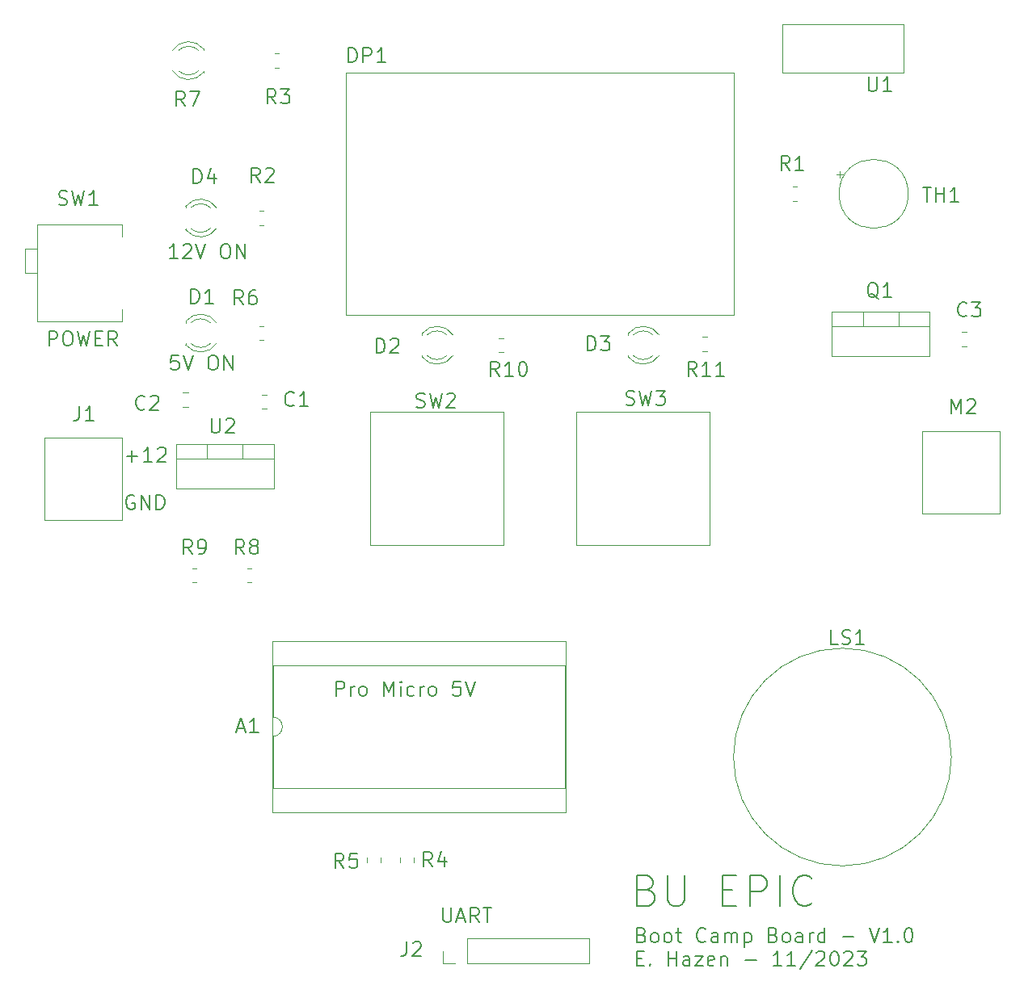
<source format=gbr>
%TF.GenerationSoftware,KiCad,Pcbnew,7.0.8-7.0.8~ubuntu22.04.1*%
%TF.CreationDate,2023-11-09T16:27:44-05:00*%
%TF.ProjectId,boot_camp_pcb,626f6f74-5f63-4616-9d70-5f7063622e6b,rev?*%
%TF.SameCoordinates,Original*%
%TF.FileFunction,Legend,Top*%
%TF.FilePolarity,Positive*%
%FSLAX46Y46*%
G04 Gerber Fmt 4.6, Leading zero omitted, Abs format (unit mm)*
G04 Created by KiCad (PCBNEW 7.0.8-7.0.8~ubuntu22.04.1) date 2023-11-09 16:27:44*
%MOMM*%
%LPD*%
G01*
G04 APERTURE LIST*
%ADD10C,0.203200*%
%ADD11C,0.120000*%
%ADD12C,0.100000*%
G04 APERTURE END LIST*
D10*
X71997541Y-111689924D02*
X71997541Y-110165924D01*
X71997541Y-110165924D02*
X72578112Y-110165924D01*
X72578112Y-110165924D02*
X72723255Y-110238495D01*
X72723255Y-110238495D02*
X72795826Y-110311067D01*
X72795826Y-110311067D02*
X72868398Y-110456210D01*
X72868398Y-110456210D02*
X72868398Y-110673924D01*
X72868398Y-110673924D02*
X72795826Y-110819067D01*
X72795826Y-110819067D02*
X72723255Y-110891638D01*
X72723255Y-110891638D02*
X72578112Y-110964210D01*
X72578112Y-110964210D02*
X71997541Y-110964210D01*
X73521541Y-111689924D02*
X73521541Y-110673924D01*
X73521541Y-110964210D02*
X73594112Y-110819067D01*
X73594112Y-110819067D02*
X73666684Y-110746495D01*
X73666684Y-110746495D02*
X73811826Y-110673924D01*
X73811826Y-110673924D02*
X73956969Y-110673924D01*
X74682684Y-111689924D02*
X74537541Y-111617353D01*
X74537541Y-111617353D02*
X74464970Y-111544781D01*
X74464970Y-111544781D02*
X74392398Y-111399638D01*
X74392398Y-111399638D02*
X74392398Y-110964210D01*
X74392398Y-110964210D02*
X74464970Y-110819067D01*
X74464970Y-110819067D02*
X74537541Y-110746495D01*
X74537541Y-110746495D02*
X74682684Y-110673924D01*
X74682684Y-110673924D02*
X74900398Y-110673924D01*
X74900398Y-110673924D02*
X75045541Y-110746495D01*
X75045541Y-110746495D02*
X75118113Y-110819067D01*
X75118113Y-110819067D02*
X75190684Y-110964210D01*
X75190684Y-110964210D02*
X75190684Y-111399638D01*
X75190684Y-111399638D02*
X75118113Y-111544781D01*
X75118113Y-111544781D02*
X75045541Y-111617353D01*
X75045541Y-111617353D02*
X74900398Y-111689924D01*
X74900398Y-111689924D02*
X74682684Y-111689924D01*
X77004970Y-111689924D02*
X77004970Y-110165924D01*
X77004970Y-110165924D02*
X77512970Y-111254495D01*
X77512970Y-111254495D02*
X78020970Y-110165924D01*
X78020970Y-110165924D02*
X78020970Y-111689924D01*
X78746684Y-111689924D02*
X78746684Y-110673924D01*
X78746684Y-110165924D02*
X78674112Y-110238495D01*
X78674112Y-110238495D02*
X78746684Y-110311067D01*
X78746684Y-110311067D02*
X78819255Y-110238495D01*
X78819255Y-110238495D02*
X78746684Y-110165924D01*
X78746684Y-110165924D02*
X78746684Y-110311067D01*
X80125541Y-111617353D02*
X79980398Y-111689924D01*
X79980398Y-111689924D02*
X79690112Y-111689924D01*
X79690112Y-111689924D02*
X79544969Y-111617353D01*
X79544969Y-111617353D02*
X79472398Y-111544781D01*
X79472398Y-111544781D02*
X79399826Y-111399638D01*
X79399826Y-111399638D02*
X79399826Y-110964210D01*
X79399826Y-110964210D02*
X79472398Y-110819067D01*
X79472398Y-110819067D02*
X79544969Y-110746495D01*
X79544969Y-110746495D02*
X79690112Y-110673924D01*
X79690112Y-110673924D02*
X79980398Y-110673924D01*
X79980398Y-110673924D02*
X80125541Y-110746495D01*
X80778684Y-111689924D02*
X80778684Y-110673924D01*
X80778684Y-110964210D02*
X80851255Y-110819067D01*
X80851255Y-110819067D02*
X80923827Y-110746495D01*
X80923827Y-110746495D02*
X81068969Y-110673924D01*
X81068969Y-110673924D02*
X81214112Y-110673924D01*
X81939827Y-111689924D02*
X81794684Y-111617353D01*
X81794684Y-111617353D02*
X81722113Y-111544781D01*
X81722113Y-111544781D02*
X81649541Y-111399638D01*
X81649541Y-111399638D02*
X81649541Y-110964210D01*
X81649541Y-110964210D02*
X81722113Y-110819067D01*
X81722113Y-110819067D02*
X81794684Y-110746495D01*
X81794684Y-110746495D02*
X81939827Y-110673924D01*
X81939827Y-110673924D02*
X82157541Y-110673924D01*
X82157541Y-110673924D02*
X82302684Y-110746495D01*
X82302684Y-110746495D02*
X82375256Y-110819067D01*
X82375256Y-110819067D02*
X82447827Y-110964210D01*
X82447827Y-110964210D02*
X82447827Y-111399638D01*
X82447827Y-111399638D02*
X82375256Y-111544781D01*
X82375256Y-111544781D02*
X82302684Y-111617353D01*
X82302684Y-111617353D02*
X82157541Y-111689924D01*
X82157541Y-111689924D02*
X81939827Y-111689924D01*
X84987827Y-110165924D02*
X84262113Y-110165924D01*
X84262113Y-110165924D02*
X84189541Y-110891638D01*
X84189541Y-110891638D02*
X84262113Y-110819067D01*
X84262113Y-110819067D02*
X84407256Y-110746495D01*
X84407256Y-110746495D02*
X84770113Y-110746495D01*
X84770113Y-110746495D02*
X84915256Y-110819067D01*
X84915256Y-110819067D02*
X84987827Y-110891638D01*
X84987827Y-110891638D02*
X85060398Y-111036781D01*
X85060398Y-111036781D02*
X85060398Y-111399638D01*
X85060398Y-111399638D02*
X84987827Y-111544781D01*
X84987827Y-111544781D02*
X84915256Y-111617353D01*
X84915256Y-111617353D02*
X84770113Y-111689924D01*
X84770113Y-111689924D02*
X84407256Y-111689924D01*
X84407256Y-111689924D02*
X84262113Y-111617353D01*
X84262113Y-111617353D02*
X84189541Y-111544781D01*
X85495827Y-110165924D02*
X86003827Y-111689924D01*
X86003827Y-111689924D02*
X86511827Y-110165924D01*
X41898541Y-74986924D02*
X41898541Y-73462924D01*
X41898541Y-73462924D02*
X42479112Y-73462924D01*
X42479112Y-73462924D02*
X42624255Y-73535495D01*
X42624255Y-73535495D02*
X42696826Y-73608067D01*
X42696826Y-73608067D02*
X42769398Y-73753210D01*
X42769398Y-73753210D02*
X42769398Y-73970924D01*
X42769398Y-73970924D02*
X42696826Y-74116067D01*
X42696826Y-74116067D02*
X42624255Y-74188638D01*
X42624255Y-74188638D02*
X42479112Y-74261210D01*
X42479112Y-74261210D02*
X41898541Y-74261210D01*
X43712826Y-73462924D02*
X44003112Y-73462924D01*
X44003112Y-73462924D02*
X44148255Y-73535495D01*
X44148255Y-73535495D02*
X44293398Y-73680638D01*
X44293398Y-73680638D02*
X44365969Y-73970924D01*
X44365969Y-73970924D02*
X44365969Y-74478924D01*
X44365969Y-74478924D02*
X44293398Y-74769210D01*
X44293398Y-74769210D02*
X44148255Y-74914353D01*
X44148255Y-74914353D02*
X44003112Y-74986924D01*
X44003112Y-74986924D02*
X43712826Y-74986924D01*
X43712826Y-74986924D02*
X43567684Y-74914353D01*
X43567684Y-74914353D02*
X43422541Y-74769210D01*
X43422541Y-74769210D02*
X43349969Y-74478924D01*
X43349969Y-74478924D02*
X43349969Y-73970924D01*
X43349969Y-73970924D02*
X43422541Y-73680638D01*
X43422541Y-73680638D02*
X43567684Y-73535495D01*
X43567684Y-73535495D02*
X43712826Y-73462924D01*
X44873969Y-73462924D02*
X45236826Y-74986924D01*
X45236826Y-74986924D02*
X45527112Y-73898353D01*
X45527112Y-73898353D02*
X45817397Y-74986924D01*
X45817397Y-74986924D02*
X46180255Y-73462924D01*
X46760826Y-74188638D02*
X47268826Y-74188638D01*
X47486540Y-74986924D02*
X46760826Y-74986924D01*
X46760826Y-74986924D02*
X46760826Y-73462924D01*
X46760826Y-73462924D02*
X47486540Y-73462924D01*
X49010540Y-74986924D02*
X48502540Y-74261210D01*
X48139683Y-74986924D02*
X48139683Y-73462924D01*
X48139683Y-73462924D02*
X48720254Y-73462924D01*
X48720254Y-73462924D02*
X48865397Y-73535495D01*
X48865397Y-73535495D02*
X48937968Y-73608067D01*
X48937968Y-73608067D02*
X49010540Y-73753210D01*
X49010540Y-73753210D02*
X49010540Y-73970924D01*
X49010540Y-73970924D02*
X48937968Y-74116067D01*
X48937968Y-74116067D02*
X48865397Y-74188638D01*
X48865397Y-74188638D02*
X48720254Y-74261210D01*
X48720254Y-74261210D02*
X48139683Y-74261210D01*
X55451255Y-76002924D02*
X54725541Y-76002924D01*
X54725541Y-76002924D02*
X54652969Y-76728638D01*
X54652969Y-76728638D02*
X54725541Y-76656067D01*
X54725541Y-76656067D02*
X54870684Y-76583495D01*
X54870684Y-76583495D02*
X55233541Y-76583495D01*
X55233541Y-76583495D02*
X55378684Y-76656067D01*
X55378684Y-76656067D02*
X55451255Y-76728638D01*
X55451255Y-76728638D02*
X55523826Y-76873781D01*
X55523826Y-76873781D02*
X55523826Y-77236638D01*
X55523826Y-77236638D02*
X55451255Y-77381781D01*
X55451255Y-77381781D02*
X55378684Y-77454353D01*
X55378684Y-77454353D02*
X55233541Y-77526924D01*
X55233541Y-77526924D02*
X54870684Y-77526924D01*
X54870684Y-77526924D02*
X54725541Y-77454353D01*
X54725541Y-77454353D02*
X54652969Y-77381781D01*
X55959255Y-76002924D02*
X56467255Y-77526924D01*
X56467255Y-77526924D02*
X56975255Y-76002924D01*
X58934684Y-76002924D02*
X59224970Y-76002924D01*
X59224970Y-76002924D02*
X59370113Y-76075495D01*
X59370113Y-76075495D02*
X59515256Y-76220638D01*
X59515256Y-76220638D02*
X59587827Y-76510924D01*
X59587827Y-76510924D02*
X59587827Y-77018924D01*
X59587827Y-77018924D02*
X59515256Y-77309210D01*
X59515256Y-77309210D02*
X59370113Y-77454353D01*
X59370113Y-77454353D02*
X59224970Y-77526924D01*
X59224970Y-77526924D02*
X58934684Y-77526924D01*
X58934684Y-77526924D02*
X58789542Y-77454353D01*
X58789542Y-77454353D02*
X58644399Y-77309210D01*
X58644399Y-77309210D02*
X58571827Y-77018924D01*
X58571827Y-77018924D02*
X58571827Y-76510924D01*
X58571827Y-76510924D02*
X58644399Y-76220638D01*
X58644399Y-76220638D02*
X58789542Y-76075495D01*
X58789542Y-76075495D02*
X58934684Y-76002924D01*
X60240970Y-77526924D02*
X60240970Y-76002924D01*
X60240970Y-76002924D02*
X61111827Y-77526924D01*
X61111827Y-77526924D02*
X61111827Y-76002924D01*
X55396826Y-65842924D02*
X54525969Y-65842924D01*
X54961398Y-65842924D02*
X54961398Y-64318924D01*
X54961398Y-64318924D02*
X54816255Y-64536638D01*
X54816255Y-64536638D02*
X54671112Y-64681781D01*
X54671112Y-64681781D02*
X54525969Y-64754353D01*
X55977398Y-64464067D02*
X56049970Y-64391495D01*
X56049970Y-64391495D02*
X56195113Y-64318924D01*
X56195113Y-64318924D02*
X56557970Y-64318924D01*
X56557970Y-64318924D02*
X56703113Y-64391495D01*
X56703113Y-64391495D02*
X56775684Y-64464067D01*
X56775684Y-64464067D02*
X56848255Y-64609210D01*
X56848255Y-64609210D02*
X56848255Y-64754353D01*
X56848255Y-64754353D02*
X56775684Y-64972067D01*
X56775684Y-64972067D02*
X55904827Y-65842924D01*
X55904827Y-65842924D02*
X56848255Y-65842924D01*
X57283684Y-64318924D02*
X57791684Y-65842924D01*
X57791684Y-65842924D02*
X58299684Y-64318924D01*
X60259113Y-64318924D02*
X60549399Y-64318924D01*
X60549399Y-64318924D02*
X60694542Y-64391495D01*
X60694542Y-64391495D02*
X60839685Y-64536638D01*
X60839685Y-64536638D02*
X60912256Y-64826924D01*
X60912256Y-64826924D02*
X60912256Y-65334924D01*
X60912256Y-65334924D02*
X60839685Y-65625210D01*
X60839685Y-65625210D02*
X60694542Y-65770353D01*
X60694542Y-65770353D02*
X60549399Y-65842924D01*
X60549399Y-65842924D02*
X60259113Y-65842924D01*
X60259113Y-65842924D02*
X60113971Y-65770353D01*
X60113971Y-65770353D02*
X59968828Y-65625210D01*
X59968828Y-65625210D02*
X59896256Y-65334924D01*
X59896256Y-65334924D02*
X59896256Y-64826924D01*
X59896256Y-64826924D02*
X59968828Y-64536638D01*
X59968828Y-64536638D02*
X60113971Y-64391495D01*
X60113971Y-64391495D02*
X60259113Y-64318924D01*
X61565399Y-65842924D02*
X61565399Y-64318924D01*
X61565399Y-64318924D02*
X62436256Y-65842924D01*
X62436256Y-65842924D02*
X62436256Y-64318924D01*
X50824826Y-90680495D02*
X50679684Y-90607924D01*
X50679684Y-90607924D02*
X50461969Y-90607924D01*
X50461969Y-90607924D02*
X50244255Y-90680495D01*
X50244255Y-90680495D02*
X50099112Y-90825638D01*
X50099112Y-90825638D02*
X50026541Y-90970781D01*
X50026541Y-90970781D02*
X49953969Y-91261067D01*
X49953969Y-91261067D02*
X49953969Y-91478781D01*
X49953969Y-91478781D02*
X50026541Y-91769067D01*
X50026541Y-91769067D02*
X50099112Y-91914210D01*
X50099112Y-91914210D02*
X50244255Y-92059353D01*
X50244255Y-92059353D02*
X50461969Y-92131924D01*
X50461969Y-92131924D02*
X50607112Y-92131924D01*
X50607112Y-92131924D02*
X50824826Y-92059353D01*
X50824826Y-92059353D02*
X50897398Y-91986781D01*
X50897398Y-91986781D02*
X50897398Y-91478781D01*
X50897398Y-91478781D02*
X50607112Y-91478781D01*
X51550541Y-92131924D02*
X51550541Y-90607924D01*
X51550541Y-90607924D02*
X52421398Y-92131924D01*
X52421398Y-92131924D02*
X52421398Y-90607924D01*
X53147112Y-92131924D02*
X53147112Y-90607924D01*
X53147112Y-90607924D02*
X53509969Y-90607924D01*
X53509969Y-90607924D02*
X53727683Y-90680495D01*
X53727683Y-90680495D02*
X53872826Y-90825638D01*
X53872826Y-90825638D02*
X53945397Y-90970781D01*
X53945397Y-90970781D02*
X54017969Y-91261067D01*
X54017969Y-91261067D02*
X54017969Y-91478781D01*
X54017969Y-91478781D02*
X53945397Y-91769067D01*
X53945397Y-91769067D02*
X53872826Y-91914210D01*
X53872826Y-91914210D02*
X53727683Y-92059353D01*
X53727683Y-92059353D02*
X53509969Y-92131924D01*
X53509969Y-92131924D02*
X53147112Y-92131924D01*
X50026541Y-86598353D02*
X51187684Y-86598353D01*
X50607112Y-87178924D02*
X50607112Y-86017781D01*
X52711683Y-87178924D02*
X51840826Y-87178924D01*
X52276255Y-87178924D02*
X52276255Y-85654924D01*
X52276255Y-85654924D02*
X52131112Y-85872638D01*
X52131112Y-85872638D02*
X51985969Y-86017781D01*
X51985969Y-86017781D02*
X51840826Y-86090353D01*
X53292255Y-85800067D02*
X53364827Y-85727495D01*
X53364827Y-85727495D02*
X53509970Y-85654924D01*
X53509970Y-85654924D02*
X53872827Y-85654924D01*
X53872827Y-85654924D02*
X54017970Y-85727495D01*
X54017970Y-85727495D02*
X54090541Y-85800067D01*
X54090541Y-85800067D02*
X54163112Y-85945210D01*
X54163112Y-85945210D02*
X54163112Y-86090353D01*
X54163112Y-86090353D02*
X54090541Y-86308067D01*
X54090541Y-86308067D02*
X53219684Y-87178924D01*
X53219684Y-87178924D02*
X54163112Y-87178924D01*
X83173541Y-133914924D02*
X83173541Y-135148638D01*
X83173541Y-135148638D02*
X83246112Y-135293781D01*
X83246112Y-135293781D02*
X83318684Y-135366353D01*
X83318684Y-135366353D02*
X83463826Y-135438924D01*
X83463826Y-135438924D02*
X83754112Y-135438924D01*
X83754112Y-135438924D02*
X83899255Y-135366353D01*
X83899255Y-135366353D02*
X83971826Y-135293781D01*
X83971826Y-135293781D02*
X84044398Y-135148638D01*
X84044398Y-135148638D02*
X84044398Y-133914924D01*
X84697540Y-135003495D02*
X85423255Y-135003495D01*
X84552397Y-135438924D02*
X85060397Y-133914924D01*
X85060397Y-133914924D02*
X85568397Y-135438924D01*
X86947255Y-135438924D02*
X86439255Y-134713210D01*
X86076398Y-135438924D02*
X86076398Y-133914924D01*
X86076398Y-133914924D02*
X86656969Y-133914924D01*
X86656969Y-133914924D02*
X86802112Y-133987495D01*
X86802112Y-133987495D02*
X86874683Y-134060067D01*
X86874683Y-134060067D02*
X86947255Y-134205210D01*
X86947255Y-134205210D02*
X86947255Y-134422924D01*
X86947255Y-134422924D02*
X86874683Y-134568067D01*
X86874683Y-134568067D02*
X86802112Y-134640638D01*
X86802112Y-134640638D02*
X86656969Y-134713210D01*
X86656969Y-134713210D02*
X86076398Y-134713210D01*
X87382683Y-133914924D02*
X88253541Y-133914924D01*
X87818112Y-135438924D02*
X87818112Y-133914924D01*
X104001541Y-136758998D02*
X104219255Y-136831570D01*
X104219255Y-136831570D02*
X104291826Y-136904141D01*
X104291826Y-136904141D02*
X104364398Y-137049284D01*
X104364398Y-137049284D02*
X104364398Y-137266998D01*
X104364398Y-137266998D02*
X104291826Y-137412141D01*
X104291826Y-137412141D02*
X104219255Y-137484713D01*
X104219255Y-137484713D02*
X104074112Y-137557284D01*
X104074112Y-137557284D02*
X103493541Y-137557284D01*
X103493541Y-137557284D02*
X103493541Y-136033284D01*
X103493541Y-136033284D02*
X104001541Y-136033284D01*
X104001541Y-136033284D02*
X104146684Y-136105855D01*
X104146684Y-136105855D02*
X104219255Y-136178427D01*
X104219255Y-136178427D02*
X104291826Y-136323570D01*
X104291826Y-136323570D02*
X104291826Y-136468713D01*
X104291826Y-136468713D02*
X104219255Y-136613855D01*
X104219255Y-136613855D02*
X104146684Y-136686427D01*
X104146684Y-136686427D02*
X104001541Y-136758998D01*
X104001541Y-136758998D02*
X103493541Y-136758998D01*
X105235255Y-137557284D02*
X105090112Y-137484713D01*
X105090112Y-137484713D02*
X105017541Y-137412141D01*
X105017541Y-137412141D02*
X104944969Y-137266998D01*
X104944969Y-137266998D02*
X104944969Y-136831570D01*
X104944969Y-136831570D02*
X105017541Y-136686427D01*
X105017541Y-136686427D02*
X105090112Y-136613855D01*
X105090112Y-136613855D02*
X105235255Y-136541284D01*
X105235255Y-136541284D02*
X105452969Y-136541284D01*
X105452969Y-136541284D02*
X105598112Y-136613855D01*
X105598112Y-136613855D02*
X105670684Y-136686427D01*
X105670684Y-136686427D02*
X105743255Y-136831570D01*
X105743255Y-136831570D02*
X105743255Y-137266998D01*
X105743255Y-137266998D02*
X105670684Y-137412141D01*
X105670684Y-137412141D02*
X105598112Y-137484713D01*
X105598112Y-137484713D02*
X105452969Y-137557284D01*
X105452969Y-137557284D02*
X105235255Y-137557284D01*
X106614112Y-137557284D02*
X106468969Y-137484713D01*
X106468969Y-137484713D02*
X106396398Y-137412141D01*
X106396398Y-137412141D02*
X106323826Y-137266998D01*
X106323826Y-137266998D02*
X106323826Y-136831570D01*
X106323826Y-136831570D02*
X106396398Y-136686427D01*
X106396398Y-136686427D02*
X106468969Y-136613855D01*
X106468969Y-136613855D02*
X106614112Y-136541284D01*
X106614112Y-136541284D02*
X106831826Y-136541284D01*
X106831826Y-136541284D02*
X106976969Y-136613855D01*
X106976969Y-136613855D02*
X107049541Y-136686427D01*
X107049541Y-136686427D02*
X107122112Y-136831570D01*
X107122112Y-136831570D02*
X107122112Y-137266998D01*
X107122112Y-137266998D02*
X107049541Y-137412141D01*
X107049541Y-137412141D02*
X106976969Y-137484713D01*
X106976969Y-137484713D02*
X106831826Y-137557284D01*
X106831826Y-137557284D02*
X106614112Y-137557284D01*
X107557540Y-136541284D02*
X108138112Y-136541284D01*
X107775255Y-136033284D02*
X107775255Y-137339570D01*
X107775255Y-137339570D02*
X107847826Y-137484713D01*
X107847826Y-137484713D02*
X107992969Y-137557284D01*
X107992969Y-137557284D02*
X108138112Y-137557284D01*
X110678112Y-137412141D02*
X110605540Y-137484713D01*
X110605540Y-137484713D02*
X110387826Y-137557284D01*
X110387826Y-137557284D02*
X110242683Y-137557284D01*
X110242683Y-137557284D02*
X110024969Y-137484713D01*
X110024969Y-137484713D02*
X109879826Y-137339570D01*
X109879826Y-137339570D02*
X109807255Y-137194427D01*
X109807255Y-137194427D02*
X109734683Y-136904141D01*
X109734683Y-136904141D02*
X109734683Y-136686427D01*
X109734683Y-136686427D02*
X109807255Y-136396141D01*
X109807255Y-136396141D02*
X109879826Y-136250998D01*
X109879826Y-136250998D02*
X110024969Y-136105855D01*
X110024969Y-136105855D02*
X110242683Y-136033284D01*
X110242683Y-136033284D02*
X110387826Y-136033284D01*
X110387826Y-136033284D02*
X110605540Y-136105855D01*
X110605540Y-136105855D02*
X110678112Y-136178427D01*
X111984398Y-137557284D02*
X111984398Y-136758998D01*
X111984398Y-136758998D02*
X111911826Y-136613855D01*
X111911826Y-136613855D02*
X111766683Y-136541284D01*
X111766683Y-136541284D02*
X111476398Y-136541284D01*
X111476398Y-136541284D02*
X111331255Y-136613855D01*
X111984398Y-137484713D02*
X111839255Y-137557284D01*
X111839255Y-137557284D02*
X111476398Y-137557284D01*
X111476398Y-137557284D02*
X111331255Y-137484713D01*
X111331255Y-137484713D02*
X111258683Y-137339570D01*
X111258683Y-137339570D02*
X111258683Y-137194427D01*
X111258683Y-137194427D02*
X111331255Y-137049284D01*
X111331255Y-137049284D02*
X111476398Y-136976713D01*
X111476398Y-136976713D02*
X111839255Y-136976713D01*
X111839255Y-136976713D02*
X111984398Y-136904141D01*
X112710112Y-137557284D02*
X112710112Y-136541284D01*
X112710112Y-136686427D02*
X112782683Y-136613855D01*
X112782683Y-136613855D02*
X112927826Y-136541284D01*
X112927826Y-136541284D02*
X113145540Y-136541284D01*
X113145540Y-136541284D02*
X113290683Y-136613855D01*
X113290683Y-136613855D02*
X113363255Y-136758998D01*
X113363255Y-136758998D02*
X113363255Y-137557284D01*
X113363255Y-136758998D02*
X113435826Y-136613855D01*
X113435826Y-136613855D02*
X113580969Y-136541284D01*
X113580969Y-136541284D02*
X113798683Y-136541284D01*
X113798683Y-136541284D02*
X113943826Y-136613855D01*
X113943826Y-136613855D02*
X114016397Y-136758998D01*
X114016397Y-136758998D02*
X114016397Y-137557284D01*
X114742112Y-136541284D02*
X114742112Y-138065284D01*
X114742112Y-136613855D02*
X114887255Y-136541284D01*
X114887255Y-136541284D02*
X115177540Y-136541284D01*
X115177540Y-136541284D02*
X115322683Y-136613855D01*
X115322683Y-136613855D02*
X115395255Y-136686427D01*
X115395255Y-136686427D02*
X115467826Y-136831570D01*
X115467826Y-136831570D02*
X115467826Y-137266998D01*
X115467826Y-137266998D02*
X115395255Y-137412141D01*
X115395255Y-137412141D02*
X115322683Y-137484713D01*
X115322683Y-137484713D02*
X115177540Y-137557284D01*
X115177540Y-137557284D02*
X114887255Y-137557284D01*
X114887255Y-137557284D02*
X114742112Y-137484713D01*
X117790112Y-136758998D02*
X118007826Y-136831570D01*
X118007826Y-136831570D02*
X118080397Y-136904141D01*
X118080397Y-136904141D02*
X118152969Y-137049284D01*
X118152969Y-137049284D02*
X118152969Y-137266998D01*
X118152969Y-137266998D02*
X118080397Y-137412141D01*
X118080397Y-137412141D02*
X118007826Y-137484713D01*
X118007826Y-137484713D02*
X117862683Y-137557284D01*
X117862683Y-137557284D02*
X117282112Y-137557284D01*
X117282112Y-137557284D02*
X117282112Y-136033284D01*
X117282112Y-136033284D02*
X117790112Y-136033284D01*
X117790112Y-136033284D02*
X117935255Y-136105855D01*
X117935255Y-136105855D02*
X118007826Y-136178427D01*
X118007826Y-136178427D02*
X118080397Y-136323570D01*
X118080397Y-136323570D02*
X118080397Y-136468713D01*
X118080397Y-136468713D02*
X118007826Y-136613855D01*
X118007826Y-136613855D02*
X117935255Y-136686427D01*
X117935255Y-136686427D02*
X117790112Y-136758998D01*
X117790112Y-136758998D02*
X117282112Y-136758998D01*
X119023826Y-137557284D02*
X118878683Y-137484713D01*
X118878683Y-137484713D02*
X118806112Y-137412141D01*
X118806112Y-137412141D02*
X118733540Y-137266998D01*
X118733540Y-137266998D02*
X118733540Y-136831570D01*
X118733540Y-136831570D02*
X118806112Y-136686427D01*
X118806112Y-136686427D02*
X118878683Y-136613855D01*
X118878683Y-136613855D02*
X119023826Y-136541284D01*
X119023826Y-136541284D02*
X119241540Y-136541284D01*
X119241540Y-136541284D02*
X119386683Y-136613855D01*
X119386683Y-136613855D02*
X119459255Y-136686427D01*
X119459255Y-136686427D02*
X119531826Y-136831570D01*
X119531826Y-136831570D02*
X119531826Y-137266998D01*
X119531826Y-137266998D02*
X119459255Y-137412141D01*
X119459255Y-137412141D02*
X119386683Y-137484713D01*
X119386683Y-137484713D02*
X119241540Y-137557284D01*
X119241540Y-137557284D02*
X119023826Y-137557284D01*
X120838112Y-137557284D02*
X120838112Y-136758998D01*
X120838112Y-136758998D02*
X120765540Y-136613855D01*
X120765540Y-136613855D02*
X120620397Y-136541284D01*
X120620397Y-136541284D02*
X120330112Y-136541284D01*
X120330112Y-136541284D02*
X120184969Y-136613855D01*
X120838112Y-137484713D02*
X120692969Y-137557284D01*
X120692969Y-137557284D02*
X120330112Y-137557284D01*
X120330112Y-137557284D02*
X120184969Y-137484713D01*
X120184969Y-137484713D02*
X120112397Y-137339570D01*
X120112397Y-137339570D02*
X120112397Y-137194427D01*
X120112397Y-137194427D02*
X120184969Y-137049284D01*
X120184969Y-137049284D02*
X120330112Y-136976713D01*
X120330112Y-136976713D02*
X120692969Y-136976713D01*
X120692969Y-136976713D02*
X120838112Y-136904141D01*
X121563826Y-137557284D02*
X121563826Y-136541284D01*
X121563826Y-136831570D02*
X121636397Y-136686427D01*
X121636397Y-136686427D02*
X121708969Y-136613855D01*
X121708969Y-136613855D02*
X121854111Y-136541284D01*
X121854111Y-136541284D02*
X121999254Y-136541284D01*
X123160398Y-137557284D02*
X123160398Y-136033284D01*
X123160398Y-137484713D02*
X123015255Y-137557284D01*
X123015255Y-137557284D02*
X122724969Y-137557284D01*
X122724969Y-137557284D02*
X122579826Y-137484713D01*
X122579826Y-137484713D02*
X122507255Y-137412141D01*
X122507255Y-137412141D02*
X122434683Y-137266998D01*
X122434683Y-137266998D02*
X122434683Y-136831570D01*
X122434683Y-136831570D02*
X122507255Y-136686427D01*
X122507255Y-136686427D02*
X122579826Y-136613855D01*
X122579826Y-136613855D02*
X122724969Y-136541284D01*
X122724969Y-136541284D02*
X123015255Y-136541284D01*
X123015255Y-136541284D02*
X123160398Y-136613855D01*
X125047255Y-136976713D02*
X126208398Y-136976713D01*
X127877540Y-136033284D02*
X128385540Y-137557284D01*
X128385540Y-137557284D02*
X128893540Y-136033284D01*
X130199826Y-137557284D02*
X129328969Y-137557284D01*
X129764398Y-137557284D02*
X129764398Y-136033284D01*
X129764398Y-136033284D02*
X129619255Y-136250998D01*
X129619255Y-136250998D02*
X129474112Y-136396141D01*
X129474112Y-136396141D02*
X129328969Y-136468713D01*
X130852970Y-137412141D02*
X130925541Y-137484713D01*
X130925541Y-137484713D02*
X130852970Y-137557284D01*
X130852970Y-137557284D02*
X130780398Y-137484713D01*
X130780398Y-137484713D02*
X130852970Y-137412141D01*
X130852970Y-137412141D02*
X130852970Y-137557284D01*
X131868969Y-136033284D02*
X132014112Y-136033284D01*
X132014112Y-136033284D02*
X132159255Y-136105855D01*
X132159255Y-136105855D02*
X132231827Y-136178427D01*
X132231827Y-136178427D02*
X132304398Y-136323570D01*
X132304398Y-136323570D02*
X132376969Y-136613855D01*
X132376969Y-136613855D02*
X132376969Y-136976713D01*
X132376969Y-136976713D02*
X132304398Y-137266998D01*
X132304398Y-137266998D02*
X132231827Y-137412141D01*
X132231827Y-137412141D02*
X132159255Y-137484713D01*
X132159255Y-137484713D02*
X132014112Y-137557284D01*
X132014112Y-137557284D02*
X131868969Y-137557284D01*
X131868969Y-137557284D02*
X131723827Y-137484713D01*
X131723827Y-137484713D02*
X131651255Y-137412141D01*
X131651255Y-137412141D02*
X131578684Y-137266998D01*
X131578684Y-137266998D02*
X131506112Y-136976713D01*
X131506112Y-136976713D02*
X131506112Y-136613855D01*
X131506112Y-136613855D02*
X131578684Y-136323570D01*
X131578684Y-136323570D02*
X131651255Y-136178427D01*
X131651255Y-136178427D02*
X131723827Y-136105855D01*
X131723827Y-136105855D02*
X131868969Y-136033284D01*
X103493541Y-139212638D02*
X104001541Y-139212638D01*
X104219255Y-140010924D02*
X103493541Y-140010924D01*
X103493541Y-140010924D02*
X103493541Y-138486924D01*
X103493541Y-138486924D02*
X104219255Y-138486924D01*
X104872398Y-139865781D02*
X104944969Y-139938353D01*
X104944969Y-139938353D02*
X104872398Y-140010924D01*
X104872398Y-140010924D02*
X104799826Y-139938353D01*
X104799826Y-139938353D02*
X104872398Y-139865781D01*
X104872398Y-139865781D02*
X104872398Y-140010924D01*
X106759255Y-140010924D02*
X106759255Y-138486924D01*
X106759255Y-139212638D02*
X107630112Y-139212638D01*
X107630112Y-140010924D02*
X107630112Y-138486924D01*
X109008969Y-140010924D02*
X109008969Y-139212638D01*
X109008969Y-139212638D02*
X108936397Y-139067495D01*
X108936397Y-139067495D02*
X108791254Y-138994924D01*
X108791254Y-138994924D02*
X108500969Y-138994924D01*
X108500969Y-138994924D02*
X108355826Y-139067495D01*
X109008969Y-139938353D02*
X108863826Y-140010924D01*
X108863826Y-140010924D02*
X108500969Y-140010924D01*
X108500969Y-140010924D02*
X108355826Y-139938353D01*
X108355826Y-139938353D02*
X108283254Y-139793210D01*
X108283254Y-139793210D02*
X108283254Y-139648067D01*
X108283254Y-139648067D02*
X108355826Y-139502924D01*
X108355826Y-139502924D02*
X108500969Y-139430353D01*
X108500969Y-139430353D02*
X108863826Y-139430353D01*
X108863826Y-139430353D02*
X109008969Y-139357781D01*
X109589540Y-138994924D02*
X110387826Y-138994924D01*
X110387826Y-138994924D02*
X109589540Y-140010924D01*
X109589540Y-140010924D02*
X110387826Y-140010924D01*
X111548968Y-139938353D02*
X111403825Y-140010924D01*
X111403825Y-140010924D02*
X111113540Y-140010924D01*
X111113540Y-140010924D02*
X110968397Y-139938353D01*
X110968397Y-139938353D02*
X110895825Y-139793210D01*
X110895825Y-139793210D02*
X110895825Y-139212638D01*
X110895825Y-139212638D02*
X110968397Y-139067495D01*
X110968397Y-139067495D02*
X111113540Y-138994924D01*
X111113540Y-138994924D02*
X111403825Y-138994924D01*
X111403825Y-138994924D02*
X111548968Y-139067495D01*
X111548968Y-139067495D02*
X111621540Y-139212638D01*
X111621540Y-139212638D02*
X111621540Y-139357781D01*
X111621540Y-139357781D02*
X110895825Y-139502924D01*
X112274683Y-138994924D02*
X112274683Y-140010924D01*
X112274683Y-139140067D02*
X112347254Y-139067495D01*
X112347254Y-139067495D02*
X112492397Y-138994924D01*
X112492397Y-138994924D02*
X112710111Y-138994924D01*
X112710111Y-138994924D02*
X112855254Y-139067495D01*
X112855254Y-139067495D02*
X112927826Y-139212638D01*
X112927826Y-139212638D02*
X112927826Y-140010924D01*
X114814683Y-139430353D02*
X115975826Y-139430353D01*
X118660968Y-140010924D02*
X117790111Y-140010924D01*
X118225540Y-140010924D02*
X118225540Y-138486924D01*
X118225540Y-138486924D02*
X118080397Y-138704638D01*
X118080397Y-138704638D02*
X117935254Y-138849781D01*
X117935254Y-138849781D02*
X117790111Y-138922353D01*
X120112397Y-140010924D02*
X119241540Y-140010924D01*
X119676969Y-140010924D02*
X119676969Y-138486924D01*
X119676969Y-138486924D02*
X119531826Y-138704638D01*
X119531826Y-138704638D02*
X119386683Y-138849781D01*
X119386683Y-138849781D02*
X119241540Y-138922353D01*
X121854112Y-138414353D02*
X120547826Y-140373781D01*
X122289540Y-138632067D02*
X122362112Y-138559495D01*
X122362112Y-138559495D02*
X122507255Y-138486924D01*
X122507255Y-138486924D02*
X122870112Y-138486924D01*
X122870112Y-138486924D02*
X123015255Y-138559495D01*
X123015255Y-138559495D02*
X123087826Y-138632067D01*
X123087826Y-138632067D02*
X123160397Y-138777210D01*
X123160397Y-138777210D02*
X123160397Y-138922353D01*
X123160397Y-138922353D02*
X123087826Y-139140067D01*
X123087826Y-139140067D02*
X122216969Y-140010924D01*
X122216969Y-140010924D02*
X123160397Y-140010924D01*
X124103826Y-138486924D02*
X124248969Y-138486924D01*
X124248969Y-138486924D02*
X124394112Y-138559495D01*
X124394112Y-138559495D02*
X124466684Y-138632067D01*
X124466684Y-138632067D02*
X124539255Y-138777210D01*
X124539255Y-138777210D02*
X124611826Y-139067495D01*
X124611826Y-139067495D02*
X124611826Y-139430353D01*
X124611826Y-139430353D02*
X124539255Y-139720638D01*
X124539255Y-139720638D02*
X124466684Y-139865781D01*
X124466684Y-139865781D02*
X124394112Y-139938353D01*
X124394112Y-139938353D02*
X124248969Y-140010924D01*
X124248969Y-140010924D02*
X124103826Y-140010924D01*
X124103826Y-140010924D02*
X123958684Y-139938353D01*
X123958684Y-139938353D02*
X123886112Y-139865781D01*
X123886112Y-139865781D02*
X123813541Y-139720638D01*
X123813541Y-139720638D02*
X123740969Y-139430353D01*
X123740969Y-139430353D02*
X123740969Y-139067495D01*
X123740969Y-139067495D02*
X123813541Y-138777210D01*
X123813541Y-138777210D02*
X123886112Y-138632067D01*
X123886112Y-138632067D02*
X123958684Y-138559495D01*
X123958684Y-138559495D02*
X124103826Y-138486924D01*
X125192398Y-138632067D02*
X125264970Y-138559495D01*
X125264970Y-138559495D02*
X125410113Y-138486924D01*
X125410113Y-138486924D02*
X125772970Y-138486924D01*
X125772970Y-138486924D02*
X125918113Y-138559495D01*
X125918113Y-138559495D02*
X125990684Y-138632067D01*
X125990684Y-138632067D02*
X126063255Y-138777210D01*
X126063255Y-138777210D02*
X126063255Y-138922353D01*
X126063255Y-138922353D02*
X125990684Y-139140067D01*
X125990684Y-139140067D02*
X125119827Y-140010924D01*
X125119827Y-140010924D02*
X126063255Y-140010924D01*
X126571256Y-138486924D02*
X127514684Y-138486924D01*
X127514684Y-138486924D02*
X127006684Y-139067495D01*
X127006684Y-139067495D02*
X127224399Y-139067495D01*
X127224399Y-139067495D02*
X127369542Y-139140067D01*
X127369542Y-139140067D02*
X127442113Y-139212638D01*
X127442113Y-139212638D02*
X127514684Y-139357781D01*
X127514684Y-139357781D02*
X127514684Y-139720638D01*
X127514684Y-139720638D02*
X127442113Y-139865781D01*
X127442113Y-139865781D02*
X127369542Y-139938353D01*
X127369542Y-139938353D02*
X127224399Y-140010924D01*
X127224399Y-140010924D02*
X126788970Y-140010924D01*
X126788970Y-140010924D02*
X126643827Y-139938353D01*
X126643827Y-139938353D02*
X126571256Y-139865781D01*
X104563969Y-132049778D02*
X105017541Y-132200968D01*
X105017541Y-132200968D02*
X105168731Y-132352159D01*
X105168731Y-132352159D02*
X105319922Y-132654540D01*
X105319922Y-132654540D02*
X105319922Y-133108111D01*
X105319922Y-133108111D02*
X105168731Y-133410492D01*
X105168731Y-133410492D02*
X105017541Y-133561683D01*
X105017541Y-133561683D02*
X104715160Y-133712873D01*
X104715160Y-133712873D02*
X103505636Y-133712873D01*
X103505636Y-133712873D02*
X103505636Y-130537873D01*
X103505636Y-130537873D02*
X104563969Y-130537873D01*
X104563969Y-130537873D02*
X104866350Y-130689063D01*
X104866350Y-130689063D02*
X105017541Y-130840254D01*
X105017541Y-130840254D02*
X105168731Y-131142635D01*
X105168731Y-131142635D02*
X105168731Y-131445016D01*
X105168731Y-131445016D02*
X105017541Y-131747397D01*
X105017541Y-131747397D02*
X104866350Y-131898587D01*
X104866350Y-131898587D02*
X104563969Y-132049778D01*
X104563969Y-132049778D02*
X103505636Y-132049778D01*
X106680636Y-130537873D02*
X106680636Y-133108111D01*
X106680636Y-133108111D02*
X106831826Y-133410492D01*
X106831826Y-133410492D02*
X106983017Y-133561683D01*
X106983017Y-133561683D02*
X107285398Y-133712873D01*
X107285398Y-133712873D02*
X107890160Y-133712873D01*
X107890160Y-133712873D02*
X108192541Y-133561683D01*
X108192541Y-133561683D02*
X108343731Y-133410492D01*
X108343731Y-133410492D02*
X108494922Y-133108111D01*
X108494922Y-133108111D02*
X108494922Y-130537873D01*
X112425874Y-132049778D02*
X113484207Y-132049778D01*
X113937779Y-133712873D02*
X112425874Y-133712873D01*
X112425874Y-133712873D02*
X112425874Y-130537873D01*
X112425874Y-130537873D02*
X113937779Y-130537873D01*
X115298493Y-133712873D02*
X115298493Y-130537873D01*
X115298493Y-130537873D02*
X116508017Y-130537873D01*
X116508017Y-130537873D02*
X116810398Y-130689063D01*
X116810398Y-130689063D02*
X116961588Y-130840254D01*
X116961588Y-130840254D02*
X117112779Y-131142635D01*
X117112779Y-131142635D02*
X117112779Y-131596206D01*
X117112779Y-131596206D02*
X116961588Y-131898587D01*
X116961588Y-131898587D02*
X116810398Y-132049778D01*
X116810398Y-132049778D02*
X116508017Y-132200968D01*
X116508017Y-132200968D02*
X115298493Y-132200968D01*
X118473493Y-133712873D02*
X118473493Y-130537873D01*
X121799684Y-133410492D02*
X121648493Y-133561683D01*
X121648493Y-133561683D02*
X121194922Y-133712873D01*
X121194922Y-133712873D02*
X120892541Y-133712873D01*
X120892541Y-133712873D02*
X120438969Y-133561683D01*
X120438969Y-133561683D02*
X120136588Y-133259302D01*
X120136588Y-133259302D02*
X119985398Y-132956921D01*
X119985398Y-132956921D02*
X119834207Y-132352159D01*
X119834207Y-132352159D02*
X119834207Y-131898587D01*
X119834207Y-131898587D02*
X119985398Y-131293825D01*
X119985398Y-131293825D02*
X120136588Y-130991444D01*
X120136588Y-130991444D02*
X120438969Y-130689063D01*
X120438969Y-130689063D02*
X120892541Y-130537873D01*
X120892541Y-130537873D02*
X121194922Y-130537873D01*
X121194922Y-130537873D02*
X121648493Y-130689063D01*
X121648493Y-130689063D02*
X121799684Y-130840254D01*
X128759857Y-70054607D02*
X128614714Y-69982035D01*
X128614714Y-69982035D02*
X128469571Y-69836893D01*
X128469571Y-69836893D02*
X128251857Y-69619178D01*
X128251857Y-69619178D02*
X128106714Y-69546607D01*
X128106714Y-69546607D02*
X127961571Y-69546607D01*
X128034142Y-69909464D02*
X127889000Y-69836893D01*
X127889000Y-69836893D02*
X127743857Y-69691750D01*
X127743857Y-69691750D02*
X127671285Y-69401464D01*
X127671285Y-69401464D02*
X127671285Y-68893464D01*
X127671285Y-68893464D02*
X127743857Y-68603178D01*
X127743857Y-68603178D02*
X127889000Y-68458035D01*
X127889000Y-68458035D02*
X128034142Y-68385464D01*
X128034142Y-68385464D02*
X128324428Y-68385464D01*
X128324428Y-68385464D02*
X128469571Y-68458035D01*
X128469571Y-68458035D02*
X128614714Y-68603178D01*
X128614714Y-68603178D02*
X128687285Y-68893464D01*
X128687285Y-68893464D02*
X128687285Y-69401464D01*
X128687285Y-69401464D02*
X128614714Y-69691750D01*
X128614714Y-69691750D02*
X128469571Y-69836893D01*
X128469571Y-69836893D02*
X128324428Y-69909464D01*
X128324428Y-69909464D02*
X128034142Y-69909464D01*
X130138713Y-69909464D02*
X129267856Y-69909464D01*
X129703285Y-69909464D02*
X129703285Y-68385464D01*
X129703285Y-68385464D02*
X129558142Y-68603178D01*
X129558142Y-68603178D02*
X129412999Y-68748321D01*
X129412999Y-68748321D02*
X129267856Y-68820893D01*
X109764285Y-78164464D02*
X109256285Y-77438750D01*
X108893428Y-78164464D02*
X108893428Y-76640464D01*
X108893428Y-76640464D02*
X109473999Y-76640464D01*
X109473999Y-76640464D02*
X109619142Y-76713035D01*
X109619142Y-76713035D02*
X109691713Y-76785607D01*
X109691713Y-76785607D02*
X109764285Y-76930750D01*
X109764285Y-76930750D02*
X109764285Y-77148464D01*
X109764285Y-77148464D02*
X109691713Y-77293607D01*
X109691713Y-77293607D02*
X109619142Y-77366178D01*
X109619142Y-77366178D02*
X109473999Y-77438750D01*
X109473999Y-77438750D02*
X108893428Y-77438750D01*
X111215713Y-78164464D02*
X110344856Y-78164464D01*
X110780285Y-78164464D02*
X110780285Y-76640464D01*
X110780285Y-76640464D02*
X110635142Y-76858178D01*
X110635142Y-76858178D02*
X110489999Y-77003321D01*
X110489999Y-77003321D02*
X110344856Y-77075893D01*
X112667142Y-78164464D02*
X111796285Y-78164464D01*
X112231714Y-78164464D02*
X112231714Y-76640464D01*
X112231714Y-76640464D02*
X112086571Y-76858178D01*
X112086571Y-76858178D02*
X111941428Y-77003321D01*
X111941428Y-77003321D02*
X111796285Y-77075893D01*
X89063285Y-78164464D02*
X88555285Y-77438750D01*
X88192428Y-78164464D02*
X88192428Y-76640464D01*
X88192428Y-76640464D02*
X88772999Y-76640464D01*
X88772999Y-76640464D02*
X88918142Y-76713035D01*
X88918142Y-76713035D02*
X88990713Y-76785607D01*
X88990713Y-76785607D02*
X89063285Y-76930750D01*
X89063285Y-76930750D02*
X89063285Y-77148464D01*
X89063285Y-77148464D02*
X88990713Y-77293607D01*
X88990713Y-77293607D02*
X88918142Y-77366178D01*
X88918142Y-77366178D02*
X88772999Y-77438750D01*
X88772999Y-77438750D02*
X88192428Y-77438750D01*
X90514713Y-78164464D02*
X89643856Y-78164464D01*
X90079285Y-78164464D02*
X90079285Y-76640464D01*
X90079285Y-76640464D02*
X89934142Y-76858178D01*
X89934142Y-76858178D02*
X89788999Y-77003321D01*
X89788999Y-77003321D02*
X89643856Y-77075893D01*
X91458142Y-76640464D02*
X91603285Y-76640464D01*
X91603285Y-76640464D02*
X91748428Y-76713035D01*
X91748428Y-76713035D02*
X91821000Y-76785607D01*
X91821000Y-76785607D02*
X91893571Y-76930750D01*
X91893571Y-76930750D02*
X91966142Y-77221035D01*
X91966142Y-77221035D02*
X91966142Y-77583893D01*
X91966142Y-77583893D02*
X91893571Y-77874178D01*
X91893571Y-77874178D02*
X91821000Y-78019321D01*
X91821000Y-78019321D02*
X91748428Y-78091893D01*
X91748428Y-78091893D02*
X91603285Y-78164464D01*
X91603285Y-78164464D02*
X91458142Y-78164464D01*
X91458142Y-78164464D02*
X91313000Y-78091893D01*
X91313000Y-78091893D02*
X91240428Y-78019321D01*
X91240428Y-78019321D02*
X91167857Y-77874178D01*
X91167857Y-77874178D02*
X91095285Y-77583893D01*
X91095285Y-77583893D02*
X91095285Y-77221035D01*
X91095285Y-77221035D02*
X91167857Y-76930750D01*
X91167857Y-76930750D02*
X91240428Y-76785607D01*
X91240428Y-76785607D02*
X91313000Y-76713035D01*
X91313000Y-76713035D02*
X91458142Y-76640464D01*
X79374999Y-137473464D02*
X79374999Y-138562035D01*
X79374999Y-138562035D02*
X79302428Y-138779750D01*
X79302428Y-138779750D02*
X79157285Y-138924893D01*
X79157285Y-138924893D02*
X78939571Y-138997464D01*
X78939571Y-138997464D02*
X78794428Y-138997464D01*
X80028142Y-137618607D02*
X80100714Y-137546035D01*
X80100714Y-137546035D02*
X80245857Y-137473464D01*
X80245857Y-137473464D02*
X80608714Y-137473464D01*
X80608714Y-137473464D02*
X80753857Y-137546035D01*
X80753857Y-137546035D02*
X80826428Y-137618607D01*
X80826428Y-137618607D02*
X80898999Y-137763750D01*
X80898999Y-137763750D02*
X80898999Y-137908893D01*
X80898999Y-137908893D02*
X80826428Y-138126607D01*
X80826428Y-138126607D02*
X79955571Y-138997464D01*
X79955571Y-138997464D02*
X80898999Y-138997464D01*
X42925999Y-60184893D02*
X43143714Y-60257464D01*
X43143714Y-60257464D02*
X43506571Y-60257464D01*
X43506571Y-60257464D02*
X43651714Y-60184893D01*
X43651714Y-60184893D02*
X43724285Y-60112321D01*
X43724285Y-60112321D02*
X43796856Y-59967178D01*
X43796856Y-59967178D02*
X43796856Y-59822035D01*
X43796856Y-59822035D02*
X43724285Y-59676893D01*
X43724285Y-59676893D02*
X43651714Y-59604321D01*
X43651714Y-59604321D02*
X43506571Y-59531750D01*
X43506571Y-59531750D02*
X43216285Y-59459178D01*
X43216285Y-59459178D02*
X43071142Y-59386607D01*
X43071142Y-59386607D02*
X42998571Y-59314035D01*
X42998571Y-59314035D02*
X42925999Y-59168893D01*
X42925999Y-59168893D02*
X42925999Y-59023750D01*
X42925999Y-59023750D02*
X42998571Y-58878607D01*
X42998571Y-58878607D02*
X43071142Y-58806035D01*
X43071142Y-58806035D02*
X43216285Y-58733464D01*
X43216285Y-58733464D02*
X43579142Y-58733464D01*
X43579142Y-58733464D02*
X43796856Y-58806035D01*
X44304857Y-58733464D02*
X44667714Y-60257464D01*
X44667714Y-60257464D02*
X44958000Y-59168893D01*
X44958000Y-59168893D02*
X45248285Y-60257464D01*
X45248285Y-60257464D02*
X45611143Y-58733464D01*
X46989999Y-60257464D02*
X46119142Y-60257464D01*
X46554571Y-60257464D02*
X46554571Y-58733464D01*
X46554571Y-58733464D02*
X46409428Y-58951178D01*
X46409428Y-58951178D02*
X46264285Y-59096321D01*
X46264285Y-59096321D02*
X46119142Y-59168893D01*
X57041143Y-57971464D02*
X57041143Y-56447464D01*
X57041143Y-56447464D02*
X57404000Y-56447464D01*
X57404000Y-56447464D02*
X57621714Y-56520035D01*
X57621714Y-56520035D02*
X57766857Y-56665178D01*
X57766857Y-56665178D02*
X57839428Y-56810321D01*
X57839428Y-56810321D02*
X57912000Y-57100607D01*
X57912000Y-57100607D02*
X57912000Y-57318321D01*
X57912000Y-57318321D02*
X57839428Y-57608607D01*
X57839428Y-57608607D02*
X57766857Y-57753750D01*
X57766857Y-57753750D02*
X57621714Y-57898893D01*
X57621714Y-57898893D02*
X57404000Y-57971464D01*
X57404000Y-57971464D02*
X57041143Y-57971464D01*
X59218286Y-56955464D02*
X59218286Y-57971464D01*
X58855428Y-56374893D02*
X58492571Y-57463464D01*
X58492571Y-57463464D02*
X59436000Y-57463464D01*
X72771000Y-129726464D02*
X72263000Y-129000750D01*
X71900143Y-129726464D02*
X71900143Y-128202464D01*
X71900143Y-128202464D02*
X72480714Y-128202464D01*
X72480714Y-128202464D02*
X72625857Y-128275035D01*
X72625857Y-128275035D02*
X72698428Y-128347607D01*
X72698428Y-128347607D02*
X72771000Y-128492750D01*
X72771000Y-128492750D02*
X72771000Y-128710464D01*
X72771000Y-128710464D02*
X72698428Y-128855607D01*
X72698428Y-128855607D02*
X72625857Y-128928178D01*
X72625857Y-128928178D02*
X72480714Y-129000750D01*
X72480714Y-129000750D02*
X71900143Y-129000750D01*
X74149857Y-128202464D02*
X73424143Y-128202464D01*
X73424143Y-128202464D02*
X73351571Y-128928178D01*
X73351571Y-128928178D02*
X73424143Y-128855607D01*
X73424143Y-128855607D02*
X73569286Y-128783035D01*
X73569286Y-128783035D02*
X73932143Y-128783035D01*
X73932143Y-128783035D02*
X74077286Y-128855607D01*
X74077286Y-128855607D02*
X74149857Y-128928178D01*
X74149857Y-128928178D02*
X74222428Y-129073321D01*
X74222428Y-129073321D02*
X74222428Y-129436178D01*
X74222428Y-129436178D02*
X74149857Y-129581321D01*
X74149857Y-129581321D02*
X74077286Y-129653893D01*
X74077286Y-129653893D02*
X73932143Y-129726464D01*
X73932143Y-129726464D02*
X73569286Y-129726464D01*
X73569286Y-129726464D02*
X73424143Y-129653893D01*
X73424143Y-129653893D02*
X73351571Y-129581321D01*
X133422571Y-58352464D02*
X134293429Y-58352464D01*
X133858000Y-59876464D02*
X133858000Y-58352464D01*
X134801429Y-59876464D02*
X134801429Y-58352464D01*
X134801429Y-59078178D02*
X135672286Y-59078178D01*
X135672286Y-59876464D02*
X135672286Y-58352464D01*
X137196285Y-59876464D02*
X136325428Y-59876464D01*
X136760857Y-59876464D02*
X136760857Y-58352464D01*
X136760857Y-58352464D02*
X136615714Y-58570178D01*
X136615714Y-58570178D02*
X136470571Y-58715321D01*
X136470571Y-58715321D02*
X136325428Y-58787893D01*
X62230000Y-70671464D02*
X61722000Y-69945750D01*
X61359143Y-70671464D02*
X61359143Y-69147464D01*
X61359143Y-69147464D02*
X61939714Y-69147464D01*
X61939714Y-69147464D02*
X62084857Y-69220035D01*
X62084857Y-69220035D02*
X62157428Y-69292607D01*
X62157428Y-69292607D02*
X62230000Y-69437750D01*
X62230000Y-69437750D02*
X62230000Y-69655464D01*
X62230000Y-69655464D02*
X62157428Y-69800607D01*
X62157428Y-69800607D02*
X62084857Y-69873178D01*
X62084857Y-69873178D02*
X61939714Y-69945750D01*
X61939714Y-69945750D02*
X61359143Y-69945750D01*
X63536286Y-69147464D02*
X63246000Y-69147464D01*
X63246000Y-69147464D02*
X63100857Y-69220035D01*
X63100857Y-69220035D02*
X63028286Y-69292607D01*
X63028286Y-69292607D02*
X62883143Y-69510321D01*
X62883143Y-69510321D02*
X62810571Y-69800607D01*
X62810571Y-69800607D02*
X62810571Y-70381178D01*
X62810571Y-70381178D02*
X62883143Y-70526321D01*
X62883143Y-70526321D02*
X62955714Y-70598893D01*
X62955714Y-70598893D02*
X63100857Y-70671464D01*
X63100857Y-70671464D02*
X63391143Y-70671464D01*
X63391143Y-70671464D02*
X63536286Y-70598893D01*
X63536286Y-70598893D02*
X63608857Y-70526321D01*
X63608857Y-70526321D02*
X63681428Y-70381178D01*
X63681428Y-70381178D02*
X63681428Y-70018321D01*
X63681428Y-70018321D02*
X63608857Y-69873178D01*
X63608857Y-69873178D02*
X63536286Y-69800607D01*
X63536286Y-69800607D02*
X63391143Y-69728035D01*
X63391143Y-69728035D02*
X63100857Y-69728035D01*
X63100857Y-69728035D02*
X62955714Y-69800607D01*
X62955714Y-69800607D02*
X62883143Y-69873178D01*
X62883143Y-69873178D02*
X62810571Y-70018321D01*
X98316143Y-75497464D02*
X98316143Y-73973464D01*
X98316143Y-73973464D02*
X98679000Y-73973464D01*
X98679000Y-73973464D02*
X98896714Y-74046035D01*
X98896714Y-74046035D02*
X99041857Y-74191178D01*
X99041857Y-74191178D02*
X99114428Y-74336321D01*
X99114428Y-74336321D02*
X99187000Y-74626607D01*
X99187000Y-74626607D02*
X99187000Y-74844321D01*
X99187000Y-74844321D02*
X99114428Y-75134607D01*
X99114428Y-75134607D02*
X99041857Y-75279750D01*
X99041857Y-75279750D02*
X98896714Y-75424893D01*
X98896714Y-75424893D02*
X98679000Y-75497464D01*
X98679000Y-75497464D02*
X98316143Y-75497464D01*
X99695000Y-73973464D02*
X100638428Y-73973464D01*
X100638428Y-73973464D02*
X100130428Y-74554035D01*
X100130428Y-74554035D02*
X100348143Y-74554035D01*
X100348143Y-74554035D02*
X100493286Y-74626607D01*
X100493286Y-74626607D02*
X100565857Y-74699178D01*
X100565857Y-74699178D02*
X100638428Y-74844321D01*
X100638428Y-74844321D02*
X100638428Y-75207178D01*
X100638428Y-75207178D02*
X100565857Y-75352321D01*
X100565857Y-75352321D02*
X100493286Y-75424893D01*
X100493286Y-75424893D02*
X100348143Y-75497464D01*
X100348143Y-75497464D02*
X99912714Y-75497464D01*
X99912714Y-75497464D02*
X99767571Y-75424893D01*
X99767571Y-75424893D02*
X99695000Y-75352321D01*
X51943000Y-81575321D02*
X51870428Y-81647893D01*
X51870428Y-81647893D02*
X51652714Y-81720464D01*
X51652714Y-81720464D02*
X51507571Y-81720464D01*
X51507571Y-81720464D02*
X51289857Y-81647893D01*
X51289857Y-81647893D02*
X51144714Y-81502750D01*
X51144714Y-81502750D02*
X51072143Y-81357607D01*
X51072143Y-81357607D02*
X50999571Y-81067321D01*
X50999571Y-81067321D02*
X50999571Y-80849607D01*
X50999571Y-80849607D02*
X51072143Y-80559321D01*
X51072143Y-80559321D02*
X51144714Y-80414178D01*
X51144714Y-80414178D02*
X51289857Y-80269035D01*
X51289857Y-80269035D02*
X51507571Y-80196464D01*
X51507571Y-80196464D02*
X51652714Y-80196464D01*
X51652714Y-80196464D02*
X51870428Y-80269035D01*
X51870428Y-80269035D02*
X51943000Y-80341607D01*
X52523571Y-80341607D02*
X52596143Y-80269035D01*
X52596143Y-80269035D02*
X52741286Y-80196464D01*
X52741286Y-80196464D02*
X53104143Y-80196464D01*
X53104143Y-80196464D02*
X53249286Y-80269035D01*
X53249286Y-80269035D02*
X53321857Y-80341607D01*
X53321857Y-80341607D02*
X53394428Y-80486750D01*
X53394428Y-80486750D02*
X53394428Y-80631893D01*
X53394428Y-80631893D02*
X53321857Y-80849607D01*
X53321857Y-80849607D02*
X52451000Y-81720464D01*
X52451000Y-81720464D02*
X53394428Y-81720464D01*
X73297143Y-45271464D02*
X73297143Y-43747464D01*
X73297143Y-43747464D02*
X73660000Y-43747464D01*
X73660000Y-43747464D02*
X73877714Y-43820035D01*
X73877714Y-43820035D02*
X74022857Y-43965178D01*
X74022857Y-43965178D02*
X74095428Y-44110321D01*
X74095428Y-44110321D02*
X74168000Y-44400607D01*
X74168000Y-44400607D02*
X74168000Y-44618321D01*
X74168000Y-44618321D02*
X74095428Y-44908607D01*
X74095428Y-44908607D02*
X74022857Y-45053750D01*
X74022857Y-45053750D02*
X73877714Y-45198893D01*
X73877714Y-45198893D02*
X73660000Y-45271464D01*
X73660000Y-45271464D02*
X73297143Y-45271464D01*
X74821143Y-45271464D02*
X74821143Y-43747464D01*
X74821143Y-43747464D02*
X75401714Y-43747464D01*
X75401714Y-43747464D02*
X75546857Y-43820035D01*
X75546857Y-43820035D02*
X75619428Y-43892607D01*
X75619428Y-43892607D02*
X75692000Y-44037750D01*
X75692000Y-44037750D02*
X75692000Y-44255464D01*
X75692000Y-44255464D02*
X75619428Y-44400607D01*
X75619428Y-44400607D02*
X75546857Y-44473178D01*
X75546857Y-44473178D02*
X75401714Y-44545750D01*
X75401714Y-44545750D02*
X74821143Y-44545750D01*
X77143428Y-45271464D02*
X76272571Y-45271464D01*
X76708000Y-45271464D02*
X76708000Y-43747464D01*
X76708000Y-43747464D02*
X76562857Y-43965178D01*
X76562857Y-43965178D02*
X76417714Y-44110321D01*
X76417714Y-44110321D02*
X76272571Y-44182893D01*
X102361999Y-81139893D02*
X102579714Y-81212464D01*
X102579714Y-81212464D02*
X102942571Y-81212464D01*
X102942571Y-81212464D02*
X103087714Y-81139893D01*
X103087714Y-81139893D02*
X103160285Y-81067321D01*
X103160285Y-81067321D02*
X103232856Y-80922178D01*
X103232856Y-80922178D02*
X103232856Y-80777035D01*
X103232856Y-80777035D02*
X103160285Y-80631893D01*
X103160285Y-80631893D02*
X103087714Y-80559321D01*
X103087714Y-80559321D02*
X102942571Y-80486750D01*
X102942571Y-80486750D02*
X102652285Y-80414178D01*
X102652285Y-80414178D02*
X102507142Y-80341607D01*
X102507142Y-80341607D02*
X102434571Y-80269035D01*
X102434571Y-80269035D02*
X102361999Y-80123893D01*
X102361999Y-80123893D02*
X102361999Y-79978750D01*
X102361999Y-79978750D02*
X102434571Y-79833607D01*
X102434571Y-79833607D02*
X102507142Y-79761035D01*
X102507142Y-79761035D02*
X102652285Y-79688464D01*
X102652285Y-79688464D02*
X103015142Y-79688464D01*
X103015142Y-79688464D02*
X103232856Y-79761035D01*
X103740857Y-79688464D02*
X104103714Y-81212464D01*
X104103714Y-81212464D02*
X104394000Y-80123893D01*
X104394000Y-80123893D02*
X104684285Y-81212464D01*
X104684285Y-81212464D02*
X105047143Y-79688464D01*
X105482571Y-79688464D02*
X106425999Y-79688464D01*
X106425999Y-79688464D02*
X105917999Y-80269035D01*
X105917999Y-80269035D02*
X106135714Y-80269035D01*
X106135714Y-80269035D02*
X106280857Y-80341607D01*
X106280857Y-80341607D02*
X106353428Y-80414178D01*
X106353428Y-80414178D02*
X106425999Y-80559321D01*
X106425999Y-80559321D02*
X106425999Y-80922178D01*
X106425999Y-80922178D02*
X106353428Y-81067321D01*
X106353428Y-81067321D02*
X106280857Y-81139893D01*
X106280857Y-81139893D02*
X106135714Y-81212464D01*
X106135714Y-81212464D02*
X105700285Y-81212464D01*
X105700285Y-81212464D02*
X105555142Y-81139893D01*
X105555142Y-81139893D02*
X105482571Y-81067321D01*
X136434286Y-82101464D02*
X136434286Y-80577464D01*
X136434286Y-80577464D02*
X136942286Y-81666035D01*
X136942286Y-81666035D02*
X137450286Y-80577464D01*
X137450286Y-80577464D02*
X137450286Y-82101464D01*
X138103428Y-80722607D02*
X138176000Y-80650035D01*
X138176000Y-80650035D02*
X138321143Y-80577464D01*
X138321143Y-80577464D02*
X138684000Y-80577464D01*
X138684000Y-80577464D02*
X138829143Y-80650035D01*
X138829143Y-80650035D02*
X138901714Y-80722607D01*
X138901714Y-80722607D02*
X138974285Y-80867750D01*
X138974285Y-80867750D02*
X138974285Y-81012893D01*
X138974285Y-81012893D02*
X138901714Y-81230607D01*
X138901714Y-81230607D02*
X138030857Y-82101464D01*
X138030857Y-82101464D02*
X138974285Y-82101464D01*
X76218143Y-75751464D02*
X76218143Y-74227464D01*
X76218143Y-74227464D02*
X76581000Y-74227464D01*
X76581000Y-74227464D02*
X76798714Y-74300035D01*
X76798714Y-74300035D02*
X76943857Y-74445178D01*
X76943857Y-74445178D02*
X77016428Y-74590321D01*
X77016428Y-74590321D02*
X77089000Y-74880607D01*
X77089000Y-74880607D02*
X77089000Y-75098321D01*
X77089000Y-75098321D02*
X77016428Y-75388607D01*
X77016428Y-75388607D02*
X76943857Y-75533750D01*
X76943857Y-75533750D02*
X76798714Y-75678893D01*
X76798714Y-75678893D02*
X76581000Y-75751464D01*
X76581000Y-75751464D02*
X76218143Y-75751464D01*
X77669571Y-74372607D02*
X77742143Y-74300035D01*
X77742143Y-74300035D02*
X77887286Y-74227464D01*
X77887286Y-74227464D02*
X78250143Y-74227464D01*
X78250143Y-74227464D02*
X78395286Y-74300035D01*
X78395286Y-74300035D02*
X78467857Y-74372607D01*
X78467857Y-74372607D02*
X78540428Y-74517750D01*
X78540428Y-74517750D02*
X78540428Y-74662893D01*
X78540428Y-74662893D02*
X78467857Y-74880607D01*
X78467857Y-74880607D02*
X77597000Y-75751464D01*
X77597000Y-75751464D02*
X78540428Y-75751464D01*
X56787143Y-70544464D02*
X56787143Y-69020464D01*
X56787143Y-69020464D02*
X57150000Y-69020464D01*
X57150000Y-69020464D02*
X57367714Y-69093035D01*
X57367714Y-69093035D02*
X57512857Y-69238178D01*
X57512857Y-69238178D02*
X57585428Y-69383321D01*
X57585428Y-69383321D02*
X57658000Y-69673607D01*
X57658000Y-69673607D02*
X57658000Y-69891321D01*
X57658000Y-69891321D02*
X57585428Y-70181607D01*
X57585428Y-70181607D02*
X57512857Y-70326750D01*
X57512857Y-70326750D02*
X57367714Y-70471893D01*
X57367714Y-70471893D02*
X57150000Y-70544464D01*
X57150000Y-70544464D02*
X56787143Y-70544464D01*
X59109428Y-70544464D02*
X58238571Y-70544464D01*
X58674000Y-70544464D02*
X58674000Y-69020464D01*
X58674000Y-69020464D02*
X58528857Y-69238178D01*
X58528857Y-69238178D02*
X58383714Y-69383321D01*
X58383714Y-69383321D02*
X58238571Y-69455893D01*
X119507000Y-56574464D02*
X118999000Y-55848750D01*
X118636143Y-56574464D02*
X118636143Y-55050464D01*
X118636143Y-55050464D02*
X119216714Y-55050464D01*
X119216714Y-55050464D02*
X119361857Y-55123035D01*
X119361857Y-55123035D02*
X119434428Y-55195607D01*
X119434428Y-55195607D02*
X119507000Y-55340750D01*
X119507000Y-55340750D02*
X119507000Y-55558464D01*
X119507000Y-55558464D02*
X119434428Y-55703607D01*
X119434428Y-55703607D02*
X119361857Y-55776178D01*
X119361857Y-55776178D02*
X119216714Y-55848750D01*
X119216714Y-55848750D02*
X118636143Y-55848750D01*
X120958428Y-56574464D02*
X120087571Y-56574464D01*
X120523000Y-56574464D02*
X120523000Y-55050464D01*
X120523000Y-55050464D02*
X120377857Y-55268178D01*
X120377857Y-55268178D02*
X120232714Y-55413321D01*
X120232714Y-55413321D02*
X120087571Y-55485893D01*
X124535285Y-106304464D02*
X123809571Y-106304464D01*
X123809571Y-106304464D02*
X123809571Y-104780464D01*
X124970713Y-106231893D02*
X125188428Y-106304464D01*
X125188428Y-106304464D02*
X125551285Y-106304464D01*
X125551285Y-106304464D02*
X125696428Y-106231893D01*
X125696428Y-106231893D02*
X125768999Y-106159321D01*
X125768999Y-106159321D02*
X125841570Y-106014178D01*
X125841570Y-106014178D02*
X125841570Y-105869035D01*
X125841570Y-105869035D02*
X125768999Y-105723893D01*
X125768999Y-105723893D02*
X125696428Y-105651321D01*
X125696428Y-105651321D02*
X125551285Y-105578750D01*
X125551285Y-105578750D02*
X125260999Y-105506178D01*
X125260999Y-105506178D02*
X125115856Y-105433607D01*
X125115856Y-105433607D02*
X125043285Y-105361035D01*
X125043285Y-105361035D02*
X124970713Y-105215893D01*
X124970713Y-105215893D02*
X124970713Y-105070750D01*
X124970713Y-105070750D02*
X125043285Y-104925607D01*
X125043285Y-104925607D02*
X125115856Y-104853035D01*
X125115856Y-104853035D02*
X125260999Y-104780464D01*
X125260999Y-104780464D02*
X125623856Y-104780464D01*
X125623856Y-104780464D02*
X125841570Y-104853035D01*
X127292999Y-106304464D02*
X126422142Y-106304464D01*
X126857571Y-106304464D02*
X126857571Y-104780464D01*
X126857571Y-104780464D02*
X126712428Y-104998178D01*
X126712428Y-104998178D02*
X126567285Y-105143321D01*
X126567285Y-105143321D02*
X126422142Y-105215893D01*
X82042000Y-129599464D02*
X81534000Y-128873750D01*
X81171143Y-129599464D02*
X81171143Y-128075464D01*
X81171143Y-128075464D02*
X81751714Y-128075464D01*
X81751714Y-128075464D02*
X81896857Y-128148035D01*
X81896857Y-128148035D02*
X81969428Y-128220607D01*
X81969428Y-128220607D02*
X82042000Y-128365750D01*
X82042000Y-128365750D02*
X82042000Y-128583464D01*
X82042000Y-128583464D02*
X81969428Y-128728607D01*
X81969428Y-128728607D02*
X81896857Y-128801178D01*
X81896857Y-128801178D02*
X81751714Y-128873750D01*
X81751714Y-128873750D02*
X81171143Y-128873750D01*
X83348286Y-128583464D02*
X83348286Y-129599464D01*
X82985428Y-128002893D02*
X82622571Y-129091464D01*
X82622571Y-129091464D02*
X83566000Y-129091464D01*
X45084999Y-81339464D02*
X45084999Y-82428035D01*
X45084999Y-82428035D02*
X45012428Y-82645750D01*
X45012428Y-82645750D02*
X44867285Y-82790893D01*
X44867285Y-82790893D02*
X44649571Y-82863464D01*
X44649571Y-82863464D02*
X44504428Y-82863464D01*
X46608999Y-82863464D02*
X45738142Y-82863464D01*
X46173571Y-82863464D02*
X46173571Y-81339464D01*
X46173571Y-81339464D02*
X46028428Y-81557178D01*
X46028428Y-81557178D02*
X45883285Y-81702321D01*
X45883285Y-81702321D02*
X45738142Y-81774893D01*
X56896000Y-96833464D02*
X56388000Y-96107750D01*
X56025143Y-96833464D02*
X56025143Y-95309464D01*
X56025143Y-95309464D02*
X56605714Y-95309464D01*
X56605714Y-95309464D02*
X56750857Y-95382035D01*
X56750857Y-95382035D02*
X56823428Y-95454607D01*
X56823428Y-95454607D02*
X56896000Y-95599750D01*
X56896000Y-95599750D02*
X56896000Y-95817464D01*
X56896000Y-95817464D02*
X56823428Y-95962607D01*
X56823428Y-95962607D02*
X56750857Y-96035178D01*
X56750857Y-96035178D02*
X56605714Y-96107750D01*
X56605714Y-96107750D02*
X56025143Y-96107750D01*
X57621714Y-96833464D02*
X57912000Y-96833464D01*
X57912000Y-96833464D02*
X58057143Y-96760893D01*
X58057143Y-96760893D02*
X58129714Y-96688321D01*
X58129714Y-96688321D02*
X58274857Y-96470607D01*
X58274857Y-96470607D02*
X58347428Y-96180321D01*
X58347428Y-96180321D02*
X58347428Y-95599750D01*
X58347428Y-95599750D02*
X58274857Y-95454607D01*
X58274857Y-95454607D02*
X58202286Y-95382035D01*
X58202286Y-95382035D02*
X58057143Y-95309464D01*
X58057143Y-95309464D02*
X57766857Y-95309464D01*
X57766857Y-95309464D02*
X57621714Y-95382035D01*
X57621714Y-95382035D02*
X57549143Y-95454607D01*
X57549143Y-95454607D02*
X57476571Y-95599750D01*
X57476571Y-95599750D02*
X57476571Y-95962607D01*
X57476571Y-95962607D02*
X57549143Y-96107750D01*
X57549143Y-96107750D02*
X57621714Y-96180321D01*
X57621714Y-96180321D02*
X57766857Y-96252893D01*
X57766857Y-96252893D02*
X58057143Y-96252893D01*
X58057143Y-96252893D02*
X58202286Y-96180321D01*
X58202286Y-96180321D02*
X58274857Y-96107750D01*
X58274857Y-96107750D02*
X58347428Y-95962607D01*
X58909857Y-82609464D02*
X58909857Y-83843178D01*
X58909857Y-83843178D02*
X58982428Y-83988321D01*
X58982428Y-83988321D02*
X59055000Y-84060893D01*
X59055000Y-84060893D02*
X59200142Y-84133464D01*
X59200142Y-84133464D02*
X59490428Y-84133464D01*
X59490428Y-84133464D02*
X59635571Y-84060893D01*
X59635571Y-84060893D02*
X59708142Y-83988321D01*
X59708142Y-83988321D02*
X59780714Y-83843178D01*
X59780714Y-83843178D02*
X59780714Y-82609464D01*
X60433856Y-82754607D02*
X60506428Y-82682035D01*
X60506428Y-82682035D02*
X60651571Y-82609464D01*
X60651571Y-82609464D02*
X61014428Y-82609464D01*
X61014428Y-82609464D02*
X61159571Y-82682035D01*
X61159571Y-82682035D02*
X61232142Y-82754607D01*
X61232142Y-82754607D02*
X61304713Y-82899750D01*
X61304713Y-82899750D02*
X61304713Y-83044893D01*
X61304713Y-83044893D02*
X61232142Y-83262607D01*
X61232142Y-83262607D02*
X60361285Y-84133464D01*
X60361285Y-84133464D02*
X61304713Y-84133464D01*
X138049000Y-71796321D02*
X137976428Y-71868893D01*
X137976428Y-71868893D02*
X137758714Y-71941464D01*
X137758714Y-71941464D02*
X137613571Y-71941464D01*
X137613571Y-71941464D02*
X137395857Y-71868893D01*
X137395857Y-71868893D02*
X137250714Y-71723750D01*
X137250714Y-71723750D02*
X137178143Y-71578607D01*
X137178143Y-71578607D02*
X137105571Y-71288321D01*
X137105571Y-71288321D02*
X137105571Y-71070607D01*
X137105571Y-71070607D02*
X137178143Y-70780321D01*
X137178143Y-70780321D02*
X137250714Y-70635178D01*
X137250714Y-70635178D02*
X137395857Y-70490035D01*
X137395857Y-70490035D02*
X137613571Y-70417464D01*
X137613571Y-70417464D02*
X137758714Y-70417464D01*
X137758714Y-70417464D02*
X137976428Y-70490035D01*
X137976428Y-70490035D02*
X138049000Y-70562607D01*
X138557000Y-70417464D02*
X139500428Y-70417464D01*
X139500428Y-70417464D02*
X138992428Y-70998035D01*
X138992428Y-70998035D02*
X139210143Y-70998035D01*
X139210143Y-70998035D02*
X139355286Y-71070607D01*
X139355286Y-71070607D02*
X139427857Y-71143178D01*
X139427857Y-71143178D02*
X139500428Y-71288321D01*
X139500428Y-71288321D02*
X139500428Y-71651178D01*
X139500428Y-71651178D02*
X139427857Y-71796321D01*
X139427857Y-71796321D02*
X139355286Y-71868893D01*
X139355286Y-71868893D02*
X139210143Y-71941464D01*
X139210143Y-71941464D02*
X138774714Y-71941464D01*
X138774714Y-71941464D02*
X138629571Y-71868893D01*
X138629571Y-71868893D02*
X138557000Y-71796321D01*
X127743857Y-46795464D02*
X127743857Y-48029178D01*
X127743857Y-48029178D02*
X127816428Y-48174321D01*
X127816428Y-48174321D02*
X127889000Y-48246893D01*
X127889000Y-48246893D02*
X128034142Y-48319464D01*
X128034142Y-48319464D02*
X128324428Y-48319464D01*
X128324428Y-48319464D02*
X128469571Y-48246893D01*
X128469571Y-48246893D02*
X128542142Y-48174321D01*
X128542142Y-48174321D02*
X128614714Y-48029178D01*
X128614714Y-48029178D02*
X128614714Y-46795464D01*
X130138713Y-48319464D02*
X129267856Y-48319464D01*
X129703285Y-48319464D02*
X129703285Y-46795464D01*
X129703285Y-46795464D02*
X129558142Y-47013178D01*
X129558142Y-47013178D02*
X129412999Y-47158321D01*
X129412999Y-47158321D02*
X129267856Y-47230893D01*
X67564000Y-81194321D02*
X67491428Y-81266893D01*
X67491428Y-81266893D02*
X67273714Y-81339464D01*
X67273714Y-81339464D02*
X67128571Y-81339464D01*
X67128571Y-81339464D02*
X66910857Y-81266893D01*
X66910857Y-81266893D02*
X66765714Y-81121750D01*
X66765714Y-81121750D02*
X66693143Y-80976607D01*
X66693143Y-80976607D02*
X66620571Y-80686321D01*
X66620571Y-80686321D02*
X66620571Y-80468607D01*
X66620571Y-80468607D02*
X66693143Y-80178321D01*
X66693143Y-80178321D02*
X66765714Y-80033178D01*
X66765714Y-80033178D02*
X66910857Y-79888035D01*
X66910857Y-79888035D02*
X67128571Y-79815464D01*
X67128571Y-79815464D02*
X67273714Y-79815464D01*
X67273714Y-79815464D02*
X67491428Y-79888035D01*
X67491428Y-79888035D02*
X67564000Y-79960607D01*
X69015428Y-81339464D02*
X68144571Y-81339464D01*
X68580000Y-81339464D02*
X68580000Y-79815464D01*
X68580000Y-79815464D02*
X68434857Y-80033178D01*
X68434857Y-80033178D02*
X68289714Y-80178321D01*
X68289714Y-80178321D02*
X68144571Y-80250893D01*
X61649428Y-115067035D02*
X62375143Y-115067035D01*
X61504285Y-115502464D02*
X62012285Y-113978464D01*
X62012285Y-113978464D02*
X62520285Y-115502464D01*
X63826571Y-115502464D02*
X62955714Y-115502464D01*
X63391143Y-115502464D02*
X63391143Y-113978464D01*
X63391143Y-113978464D02*
X63246000Y-114196178D01*
X63246000Y-114196178D02*
X63100857Y-114341321D01*
X63100857Y-114341321D02*
X62955714Y-114413893D01*
X62357000Y-96833464D02*
X61849000Y-96107750D01*
X61486143Y-96833464D02*
X61486143Y-95309464D01*
X61486143Y-95309464D02*
X62066714Y-95309464D01*
X62066714Y-95309464D02*
X62211857Y-95382035D01*
X62211857Y-95382035D02*
X62284428Y-95454607D01*
X62284428Y-95454607D02*
X62357000Y-95599750D01*
X62357000Y-95599750D02*
X62357000Y-95817464D01*
X62357000Y-95817464D02*
X62284428Y-95962607D01*
X62284428Y-95962607D02*
X62211857Y-96035178D01*
X62211857Y-96035178D02*
X62066714Y-96107750D01*
X62066714Y-96107750D02*
X61486143Y-96107750D01*
X63227857Y-95962607D02*
X63082714Y-95890035D01*
X63082714Y-95890035D02*
X63010143Y-95817464D01*
X63010143Y-95817464D02*
X62937571Y-95672321D01*
X62937571Y-95672321D02*
X62937571Y-95599750D01*
X62937571Y-95599750D02*
X63010143Y-95454607D01*
X63010143Y-95454607D02*
X63082714Y-95382035D01*
X63082714Y-95382035D02*
X63227857Y-95309464D01*
X63227857Y-95309464D02*
X63518143Y-95309464D01*
X63518143Y-95309464D02*
X63663286Y-95382035D01*
X63663286Y-95382035D02*
X63735857Y-95454607D01*
X63735857Y-95454607D02*
X63808428Y-95599750D01*
X63808428Y-95599750D02*
X63808428Y-95672321D01*
X63808428Y-95672321D02*
X63735857Y-95817464D01*
X63735857Y-95817464D02*
X63663286Y-95890035D01*
X63663286Y-95890035D02*
X63518143Y-95962607D01*
X63518143Y-95962607D02*
X63227857Y-95962607D01*
X63227857Y-95962607D02*
X63082714Y-96035178D01*
X63082714Y-96035178D02*
X63010143Y-96107750D01*
X63010143Y-96107750D02*
X62937571Y-96252893D01*
X62937571Y-96252893D02*
X62937571Y-96543178D01*
X62937571Y-96543178D02*
X63010143Y-96688321D01*
X63010143Y-96688321D02*
X63082714Y-96760893D01*
X63082714Y-96760893D02*
X63227857Y-96833464D01*
X63227857Y-96833464D02*
X63518143Y-96833464D01*
X63518143Y-96833464D02*
X63663286Y-96760893D01*
X63663286Y-96760893D02*
X63735857Y-96688321D01*
X63735857Y-96688321D02*
X63808428Y-96543178D01*
X63808428Y-96543178D02*
X63808428Y-96252893D01*
X63808428Y-96252893D02*
X63735857Y-96107750D01*
X63735857Y-96107750D02*
X63663286Y-96035178D01*
X63663286Y-96035178D02*
X63518143Y-95962607D01*
X56134000Y-49843464D02*
X55626000Y-49117750D01*
X55263143Y-49843464D02*
X55263143Y-48319464D01*
X55263143Y-48319464D02*
X55843714Y-48319464D01*
X55843714Y-48319464D02*
X55988857Y-48392035D01*
X55988857Y-48392035D02*
X56061428Y-48464607D01*
X56061428Y-48464607D02*
X56134000Y-48609750D01*
X56134000Y-48609750D02*
X56134000Y-48827464D01*
X56134000Y-48827464D02*
X56061428Y-48972607D01*
X56061428Y-48972607D02*
X55988857Y-49045178D01*
X55988857Y-49045178D02*
X55843714Y-49117750D01*
X55843714Y-49117750D02*
X55263143Y-49117750D01*
X56642000Y-48319464D02*
X57658000Y-48319464D01*
X57658000Y-48319464D02*
X57004857Y-49843464D01*
X80390999Y-81393893D02*
X80608714Y-81466464D01*
X80608714Y-81466464D02*
X80971571Y-81466464D01*
X80971571Y-81466464D02*
X81116714Y-81393893D01*
X81116714Y-81393893D02*
X81189285Y-81321321D01*
X81189285Y-81321321D02*
X81261856Y-81176178D01*
X81261856Y-81176178D02*
X81261856Y-81031035D01*
X81261856Y-81031035D02*
X81189285Y-80885893D01*
X81189285Y-80885893D02*
X81116714Y-80813321D01*
X81116714Y-80813321D02*
X80971571Y-80740750D01*
X80971571Y-80740750D02*
X80681285Y-80668178D01*
X80681285Y-80668178D02*
X80536142Y-80595607D01*
X80536142Y-80595607D02*
X80463571Y-80523035D01*
X80463571Y-80523035D02*
X80390999Y-80377893D01*
X80390999Y-80377893D02*
X80390999Y-80232750D01*
X80390999Y-80232750D02*
X80463571Y-80087607D01*
X80463571Y-80087607D02*
X80536142Y-80015035D01*
X80536142Y-80015035D02*
X80681285Y-79942464D01*
X80681285Y-79942464D02*
X81044142Y-79942464D01*
X81044142Y-79942464D02*
X81261856Y-80015035D01*
X81769857Y-79942464D02*
X82132714Y-81466464D01*
X82132714Y-81466464D02*
X82423000Y-80377893D01*
X82423000Y-80377893D02*
X82713285Y-81466464D01*
X82713285Y-81466464D02*
X83076143Y-79942464D01*
X83584142Y-80087607D02*
X83656714Y-80015035D01*
X83656714Y-80015035D02*
X83801857Y-79942464D01*
X83801857Y-79942464D02*
X84164714Y-79942464D01*
X84164714Y-79942464D02*
X84309857Y-80015035D01*
X84309857Y-80015035D02*
X84382428Y-80087607D01*
X84382428Y-80087607D02*
X84454999Y-80232750D01*
X84454999Y-80232750D02*
X84454999Y-80377893D01*
X84454999Y-80377893D02*
X84382428Y-80595607D01*
X84382428Y-80595607D02*
X83511571Y-81466464D01*
X83511571Y-81466464D02*
X84454999Y-81466464D01*
X64008000Y-57844464D02*
X63500000Y-57118750D01*
X63137143Y-57844464D02*
X63137143Y-56320464D01*
X63137143Y-56320464D02*
X63717714Y-56320464D01*
X63717714Y-56320464D02*
X63862857Y-56393035D01*
X63862857Y-56393035D02*
X63935428Y-56465607D01*
X63935428Y-56465607D02*
X64008000Y-56610750D01*
X64008000Y-56610750D02*
X64008000Y-56828464D01*
X64008000Y-56828464D02*
X63935428Y-56973607D01*
X63935428Y-56973607D02*
X63862857Y-57046178D01*
X63862857Y-57046178D02*
X63717714Y-57118750D01*
X63717714Y-57118750D02*
X63137143Y-57118750D01*
X64588571Y-56465607D02*
X64661143Y-56393035D01*
X64661143Y-56393035D02*
X64806286Y-56320464D01*
X64806286Y-56320464D02*
X65169143Y-56320464D01*
X65169143Y-56320464D02*
X65314286Y-56393035D01*
X65314286Y-56393035D02*
X65386857Y-56465607D01*
X65386857Y-56465607D02*
X65459428Y-56610750D01*
X65459428Y-56610750D02*
X65459428Y-56755893D01*
X65459428Y-56755893D02*
X65386857Y-56973607D01*
X65386857Y-56973607D02*
X64516000Y-57844464D01*
X64516000Y-57844464D02*
X65459428Y-57844464D01*
X65659000Y-49589464D02*
X65151000Y-48863750D01*
X64788143Y-49589464D02*
X64788143Y-48065464D01*
X64788143Y-48065464D02*
X65368714Y-48065464D01*
X65368714Y-48065464D02*
X65513857Y-48138035D01*
X65513857Y-48138035D02*
X65586428Y-48210607D01*
X65586428Y-48210607D02*
X65659000Y-48355750D01*
X65659000Y-48355750D02*
X65659000Y-48573464D01*
X65659000Y-48573464D02*
X65586428Y-48718607D01*
X65586428Y-48718607D02*
X65513857Y-48791178D01*
X65513857Y-48791178D02*
X65368714Y-48863750D01*
X65368714Y-48863750D02*
X64788143Y-48863750D01*
X66167000Y-48065464D02*
X67110428Y-48065464D01*
X67110428Y-48065464D02*
X66602428Y-48646035D01*
X66602428Y-48646035D02*
X66820143Y-48646035D01*
X66820143Y-48646035D02*
X66965286Y-48718607D01*
X66965286Y-48718607D02*
X67037857Y-48791178D01*
X67037857Y-48791178D02*
X67110428Y-48936321D01*
X67110428Y-48936321D02*
X67110428Y-49299178D01*
X67110428Y-49299178D02*
X67037857Y-49444321D01*
X67037857Y-49444321D02*
X66965286Y-49516893D01*
X66965286Y-49516893D02*
X66820143Y-49589464D01*
X66820143Y-49589464D02*
X66384714Y-49589464D01*
X66384714Y-49589464D02*
X66239571Y-49516893D01*
X66239571Y-49516893D02*
X66167000Y-49444321D01*
D11*
%TO.C,Q1*%
X123912000Y-72916000D02*
X134152000Y-72916000D01*
X134152000Y-71406000D02*
X134152000Y-76047000D01*
X123912000Y-76047000D02*
X134152000Y-76047000D01*
X123912000Y-71406000D02*
X123912000Y-76047000D01*
X130883000Y-71406000D02*
X130883000Y-72916000D01*
X127182000Y-71406000D02*
X127182000Y-72916000D01*
X123912000Y-71406000D02*
X134152000Y-71406000D01*
%TO.C,R11*%
X110366436Y-75538000D02*
X110820564Y-75538000D01*
X110366436Y-74068000D02*
X110820564Y-74068000D01*
%TO.C,R10*%
X89030436Y-75665000D02*
X89484564Y-75665000D01*
X89030436Y-74195000D02*
X89484564Y-74195000D01*
%TO.C,J2*%
X85725000Y-139760000D02*
X98485000Y-139760000D01*
X84455000Y-139760000D02*
X83125000Y-139760000D01*
X83125000Y-139760000D02*
X83125000Y-138430000D01*
X85725000Y-139760000D02*
X85725000Y-137100000D01*
X98485000Y-139760000D02*
X98485000Y-137100000D01*
X85725000Y-137100000D02*
X98485000Y-137100000D01*
D12*
%TO.C,SW1*%
X39370000Y-64770000D02*
X39370000Y-67310000D01*
X39370000Y-67310000D02*
X40640000Y-67310000D01*
X40640000Y-62230000D02*
X40640000Y-72390000D01*
X40640000Y-64770000D02*
X39370000Y-64770000D01*
X40640000Y-72390000D02*
X49530000Y-72390000D01*
X49530000Y-62230000D02*
X40640000Y-62230000D01*
X49530000Y-63500000D02*
X49530000Y-62230000D01*
X49530000Y-72390000D02*
X49530000Y-71120000D01*
D11*
%TO.C,D4*%
X56220000Y-60359000D02*
X56220000Y-60515000D01*
X56220000Y-62675000D02*
X56220000Y-62831000D01*
X59452334Y-60516392D02*
G75*
G03*
X56220001Y-60359485I-1672334J-1078608D01*
G01*
X58821129Y-60515164D02*
G75*
G03*
X56739040Y-60515001I-1041129J-1079836D01*
G01*
X56739040Y-62674999D02*
G75*
G03*
X58821129Y-62674836I1040960J1079999D01*
G01*
X56220001Y-62830515D02*
G75*
G03*
X59452334Y-62673608I1559999J1235515D01*
G01*
%TO.C,R5*%
X75211000Y-129132064D02*
X75211000Y-128677936D01*
X76681000Y-129132064D02*
X76681000Y-128677936D01*
%TO.C,TH1*%
X124415277Y-57020000D02*
X125115277Y-57020000D01*
X124765277Y-56670000D02*
X124765277Y-57370000D01*
X131910000Y-59055000D02*
G75*
G03*
X131910000Y-59055000I-3620000J0D01*
G01*
%TO.C,R6*%
X64362064Y-74395000D02*
X63907936Y-74395000D01*
X64362064Y-72925000D02*
X63907936Y-72925000D01*
%TO.C,D3*%
X102580000Y-73694000D02*
X102580000Y-73850000D01*
X102580000Y-76010000D02*
X102580000Y-76166000D01*
X105812334Y-73851392D02*
G75*
G03*
X102580001Y-73694485I-1672334J-1078608D01*
G01*
X105181129Y-73850164D02*
G75*
G03*
X103099040Y-73850001I-1041129J-1079836D01*
G01*
X103099040Y-76009999D02*
G75*
G03*
X105181129Y-76009836I1040960J1079999D01*
G01*
X102580001Y-76165515D02*
G75*
G03*
X105812334Y-76008608I1559999J1235515D01*
G01*
%TO.C,C2*%
X55938748Y-79910000D02*
X56461252Y-79910000D01*
X55938748Y-81380000D02*
X56461252Y-81380000D01*
D12*
%TO.C,DP1*%
X73025000Y-46355000D02*
X113665000Y-46355000D01*
X73025000Y-71755000D02*
X73025000Y-46355000D01*
X113665000Y-46355000D02*
X113665000Y-71755000D01*
X113665000Y-71755000D02*
X73025000Y-71755000D01*
D11*
%TO.C,SW3*%
X97155000Y-81915000D02*
X111125000Y-81915000D01*
X97155000Y-95885000D02*
X97155000Y-81915000D01*
X111125000Y-81915000D02*
X111125000Y-95885000D01*
X111125000Y-95885000D02*
X97155000Y-95885000D01*
D12*
%TO.C,M2*%
X133350000Y-92583000D02*
X133350000Y-83947000D01*
X141478000Y-92583000D02*
X133350000Y-92583000D01*
X133350000Y-83947000D02*
X141478000Y-83947000D01*
X141478000Y-83947000D02*
X141478000Y-92583000D01*
D11*
%TO.C,D2*%
X80985000Y-73694000D02*
X80985000Y-73850000D01*
X80985000Y-76010000D02*
X80985000Y-76166000D01*
X84217334Y-73851392D02*
G75*
G03*
X80985001Y-73694485I-1672334J-1078608D01*
G01*
X83586129Y-73850164D02*
G75*
G03*
X81504040Y-73850001I-1041129J-1079836D01*
G01*
X81504040Y-76009999D02*
G75*
G03*
X83586129Y-76009836I1040960J1079999D01*
G01*
X80985001Y-76165515D02*
G75*
G03*
X84217334Y-76008608I1559999J1235515D01*
G01*
%TO.C,D1*%
X56220000Y-72424000D02*
X56220000Y-72580000D01*
X56220000Y-74740000D02*
X56220000Y-74896000D01*
X59452334Y-72581392D02*
G75*
G03*
X56220001Y-72424485I-1672334J-1078608D01*
G01*
X58821129Y-72580164D02*
G75*
G03*
X56739040Y-72580001I-1041129J-1079836D01*
G01*
X56739040Y-74739999D02*
G75*
G03*
X58821129Y-74739836I1040960J1079999D01*
G01*
X56220001Y-74895515D02*
G75*
G03*
X59452334Y-74738608I1559999J1235515D01*
G01*
%TO.C,R1*%
X119787936Y-58320000D02*
X120242064Y-58320000D01*
X119787936Y-59790000D02*
X120242064Y-59790000D01*
D12*
%TO.C,LS1*%
X136427712Y-118110000D02*
G75*
G03*
X136427712Y-118110000I-11412712J0D01*
G01*
D11*
%TO.C,R4*%
X78640000Y-129132064D02*
X78640000Y-128677936D01*
X80110000Y-129132064D02*
X80110000Y-128677936D01*
D12*
%TO.C,J1*%
X41402000Y-93218000D02*
X41402000Y-84582000D01*
X49530000Y-93218000D02*
X41402000Y-93218000D01*
X41402000Y-84582000D02*
X49530000Y-84582000D01*
X49530000Y-84582000D02*
X49530000Y-93218000D01*
D11*
%TO.C,R9*%
X56922936Y-98325000D02*
X57377064Y-98325000D01*
X56922936Y-99795000D02*
X57377064Y-99795000D01*
%TO.C,U2*%
X65445000Y-85305000D02*
X65445000Y-89946000D01*
X62176000Y-85305000D02*
X62176000Y-86815000D01*
X58475000Y-85305000D02*
X58475000Y-86815000D01*
X55205000Y-89946000D02*
X65445000Y-89946000D01*
X55205000Y-86815000D02*
X65445000Y-86815000D01*
X55205000Y-85305000D02*
X65445000Y-85305000D01*
X55205000Y-85305000D02*
X55205000Y-89946000D01*
%TO.C,C3*%
X137533748Y-73560000D02*
X138056252Y-73560000D01*
X137533748Y-75030000D02*
X138056252Y-75030000D01*
D12*
%TO.C,U1*%
X131445000Y-46355000D02*
X131445000Y-41275000D01*
X131445000Y-41275000D02*
X118745000Y-41275000D01*
X125095000Y-46355000D02*
X131445000Y-46355000D01*
X118745000Y-46355000D02*
X125095000Y-46355000D01*
X118745000Y-41275000D02*
X118745000Y-46355000D01*
D11*
%TO.C,C1*%
X64193748Y-80145000D02*
X64716252Y-80145000D01*
X64193748Y-81615000D02*
X64716252Y-81615000D01*
%TO.C,A1*%
X65285000Y-123885000D02*
X96005000Y-123885000D01*
X96005000Y-123885000D02*
X96005000Y-105985000D01*
X65345000Y-121395000D02*
X95945000Y-121395000D01*
X95945000Y-121395000D02*
X95945000Y-108475000D01*
X65345000Y-115935000D02*
X65345000Y-121395000D01*
X65345000Y-108475000D02*
X65345000Y-113935000D01*
X95945000Y-108475000D02*
X65345000Y-108475000D01*
X65285000Y-105985000D02*
X65285000Y-123885000D01*
X96005000Y-105985000D02*
X65285000Y-105985000D01*
X65345000Y-115935000D02*
G75*
G03*
X65345000Y-113935000I0J1000000D01*
G01*
%TO.C,R8*%
X62637936Y-98325000D02*
X63092064Y-98325000D01*
X62637936Y-99795000D02*
X63092064Y-99795000D01*
%TO.C,R7*%
X58080000Y-46321000D02*
X58080000Y-46165000D01*
X58080000Y-44005000D02*
X58080000Y-43849000D01*
X54847666Y-46163608D02*
G75*
G03*
X58079999Y-46320515I1672334J1078608D01*
G01*
X55478871Y-46164836D02*
G75*
G03*
X57560960Y-46164999I1041129J1079836D01*
G01*
X57560960Y-44005001D02*
G75*
G03*
X55478871Y-44005164I-1040960J-1079999D01*
G01*
X58079999Y-43849485D02*
G75*
G03*
X54847666Y-44006392I-1559999J-1235515D01*
G01*
%TO.C,SW2*%
X75565000Y-81915000D02*
X89535000Y-81915000D01*
X75565000Y-95885000D02*
X75565000Y-81915000D01*
X89535000Y-81915000D02*
X89535000Y-95885000D01*
X89535000Y-95885000D02*
X75565000Y-95885000D01*
%TO.C,R2*%
X64362064Y-60860000D02*
X63907936Y-60860000D01*
X64362064Y-62330000D02*
X63907936Y-62330000D01*
%TO.C,R3*%
X65989564Y-45820000D02*
X65535436Y-45820000D01*
X65989564Y-44350000D02*
X65535436Y-44350000D01*
%TD*%
M02*

</source>
